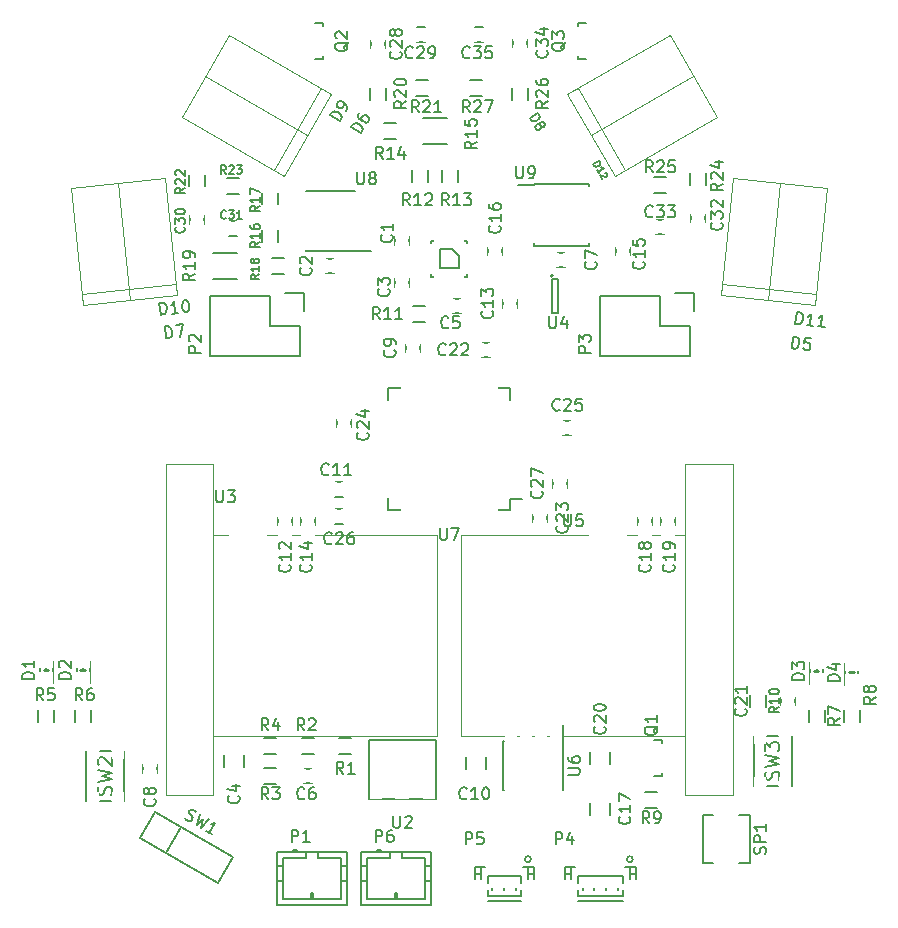
<source format=gto>
G04 #@! TF.FileFunction,Legend,Top*
%FSLAX46Y46*%
G04 Gerber Fmt 4.6, Leading zero omitted, Abs format (unit mm)*
G04 Created by KiCad (PCBNEW 4.0.1-stable) date 2016/09/09 19:26:17*
%MOMM*%
G01*
G04 APERTURE LIST*
%ADD10C,0.100000*%
%ADD11C,0.150000*%
%ADD12C,0.200000*%
%ADD13R,1.150000X1.200000*%
%ADD14R,1.200000X1.150000*%
%ADD15R,1.650000X1.400000*%
%ADD16R,1.197560X1.197560*%
%ADD17C,1.800000*%
%ADD18R,2.127200X2.127200*%
%ADD19O,2.127200X2.127200*%
%ADD20R,1.200100X1.200100*%
%ADD21R,0.900000X1.300000*%
%ADD22R,1.300000X0.900000*%
%ADD23R,1.300000X2.100000*%
%ADD24R,2.000000X1.400000*%
%ADD25C,1.797000*%
%ADD26R,1.050000X1.450000*%
%ADD27R,3.800000X1.300000*%
%ADD28R,0.680000X0.900000*%
%ADD29C,1.000000*%
%ADD30R,1.460000X1.050000*%
%ADD31R,1.000000X1.950000*%
%ADD32R,1.400000X0.650000*%
%ADD33R,0.650000X1.400000*%
%ADD34R,1.950000X1.000000*%
%ADD35R,1.850000X0.850000*%
%ADD36R,0.600000X0.800000*%
%ADD37R,0.800000X0.600000*%
%ADD38R,1.600000X2.100000*%
%ADD39O,1.600000X2.100000*%
%ADD40R,1.200000X1.500000*%
%ADD41R,1.100000X1.500000*%
%ADD42R,1.100000X1.400000*%
%ADD43R,1.000000X1.500000*%
%ADD44R,1.600000X2.200000*%
G04 APERTURE END LIST*
D10*
X138501100Y-70539498D02*
X137635075Y-70039498D01*
X124433903Y-77640267D02*
X125479188Y-87585486D01*
X129840846Y-65539498D02*
X138501100Y-70539498D01*
X121501100Y-88003600D02*
X120455815Y-78058381D01*
X129840846Y-65539498D02*
X125840846Y-72467702D01*
X125840846Y-72467702D02*
X134501100Y-77467702D01*
X136501100Y-74003600D02*
X127840846Y-69003600D01*
X116477728Y-78476495D02*
X117523012Y-88421714D01*
X124433903Y-77640267D02*
X116477728Y-78476495D01*
X138501100Y-70539498D02*
X134501100Y-77467702D01*
X125479188Y-87585486D02*
X117523012Y-88421714D01*
X125479188Y-87585486D02*
X117523012Y-88421714D01*
X137635075Y-70039498D02*
X133635075Y-76967702D01*
X138501100Y-70539498D02*
X134501100Y-77467702D01*
X125374659Y-86590964D02*
X117418484Y-87427192D01*
X134501100Y-77467702D02*
X133635075Y-76967702D01*
X171161354Y-72467702D02*
X162501100Y-77467702D01*
X159367125Y-70039498D02*
X163367125Y-76967702D01*
X158501100Y-70539498D02*
X162501100Y-77467702D01*
X172568297Y-77640267D02*
X180524472Y-78476495D01*
X175501100Y-88003600D02*
X176546385Y-78058381D01*
X179479188Y-88421714D02*
X179583716Y-87427192D01*
X180524472Y-78476495D02*
X179479188Y-88421714D01*
X160501100Y-74003600D02*
X169161354Y-69003600D01*
X125479188Y-87585486D02*
X125374659Y-86590964D01*
X171523012Y-87585486D02*
X171627541Y-86590964D01*
X172568297Y-77640267D02*
X171523012Y-87585486D01*
X171523012Y-87585486D02*
X179479188Y-88421714D01*
X117523012Y-88421714D02*
X117418484Y-87427192D01*
X167161354Y-65539498D02*
X171161354Y-72467702D01*
X162501100Y-77467702D02*
X163367125Y-76967702D01*
X158501100Y-70539498D02*
X162501100Y-77467702D01*
X158501100Y-70539498D02*
X159367125Y-70039498D01*
X171523012Y-87585486D02*
X179479188Y-88421714D01*
X171627541Y-86590964D02*
X179583716Y-87427192D01*
X167161354Y-65539498D02*
X158501100Y-70539498D01*
X172501100Y-101861600D02*
X172501100Y-129861600D01*
X124501100Y-129861600D02*
X128501100Y-129861600D01*
X124501100Y-101861600D02*
X124501100Y-129861600D01*
X124501100Y-101861600D02*
X128501100Y-101861600D01*
X128501100Y-101861600D02*
X128501100Y-129861600D01*
X168501100Y-101861600D02*
X168501100Y-129861600D01*
X172501100Y-129861600D02*
X168501100Y-129861600D01*
X172501100Y-101861600D02*
X168501100Y-101861600D01*
X147501100Y-107861600D02*
X128501100Y-107861600D01*
X128501100Y-103003600D02*
X128501100Y-107003600D01*
X147501100Y-124861600D02*
X128501100Y-124861600D01*
X168501100Y-103003600D02*
X168501100Y-107003600D01*
X149501100Y-124861600D02*
X168501100Y-124861600D01*
X149501100Y-107861600D02*
X168501100Y-107861600D01*
X149501100Y-124861600D02*
X149501100Y-107861600D01*
X168501100Y-124861600D02*
X168501100Y-107861600D01*
X147501100Y-124861600D02*
X147501100Y-107861600D01*
X128501100Y-124861600D02*
X128501100Y-107861600D01*
D11*
X145126000Y-82593000D02*
X145126000Y-83293000D01*
X143926000Y-83293000D02*
X143926000Y-82593000D01*
X138080000Y-84490000D02*
X138780000Y-84490000D01*
X138780000Y-85690000D02*
X138080000Y-85690000D01*
X145126000Y-86137000D02*
X145126000Y-86837000D01*
X143926000Y-86837000D02*
X143926000Y-86137000D01*
X131152000Y-127500000D02*
X131152000Y-126500000D01*
X129452000Y-126500000D02*
X129452000Y-127500000D01*
X148790000Y-87860000D02*
X149490000Y-87860000D01*
X149490000Y-89060000D02*
X148790000Y-89060000D01*
X136875000Y-128870000D02*
X136175000Y-128870000D01*
X136175000Y-127670000D02*
X136875000Y-127670000D01*
X157638000Y-83982000D02*
X158338000Y-83982000D01*
X158338000Y-85182000D02*
X157638000Y-85182000D01*
X123790000Y-127285000D02*
X123790000Y-127985000D01*
X122590000Y-127985000D02*
X122590000Y-127285000D01*
X144810000Y-92390000D02*
X144810000Y-91690000D01*
X146010000Y-91690000D02*
X146010000Y-92390000D01*
X151650000Y-127700000D02*
X151650000Y-126700000D01*
X149950000Y-126700000D02*
X149950000Y-127700000D01*
X139530000Y-104613000D02*
X138830000Y-104613000D01*
X138830000Y-103413000D02*
X139530000Y-103413000D01*
X135220000Y-106330000D02*
X135220000Y-107030000D01*
X134020000Y-107030000D02*
X134020000Y-106330000D01*
X153070000Y-88615000D02*
X153070000Y-87915000D01*
X154270000Y-87915000D02*
X154270000Y-88615000D01*
X137125000Y-106330000D02*
X137125000Y-107030000D01*
X135925000Y-107030000D02*
X135925000Y-106330000D01*
X162595000Y-84170000D02*
X162595000Y-83470000D01*
X163795000Y-83470000D02*
X163795000Y-84170000D01*
X151800000Y-84170000D02*
X151800000Y-83470000D01*
X153000000Y-83470000D02*
X153000000Y-84170000D01*
X162140000Y-131564000D02*
X162140000Y-130564000D01*
X160440000Y-130564000D02*
X160440000Y-131564000D01*
X165700000Y-106330000D02*
X165700000Y-107030000D01*
X164500000Y-107030000D02*
X164500000Y-106330000D01*
X167605000Y-106330000D02*
X167605000Y-107030000D01*
X166405000Y-107030000D02*
X166405000Y-106330000D01*
X162140000Y-127246000D02*
X162140000Y-126246000D01*
X160440000Y-126246000D02*
X160440000Y-127246000D01*
X176565000Y-122270000D02*
X176565000Y-121570000D01*
X177765000Y-121570000D02*
X177765000Y-122270000D01*
X151276000Y-91602000D02*
X151976000Y-91602000D01*
X151976000Y-92802000D02*
X151276000Y-92802000D01*
X156810000Y-106076000D02*
X156810000Y-106776000D01*
X155610000Y-106776000D02*
X155610000Y-106076000D01*
X140200000Y-98050000D02*
X140200000Y-98750000D01*
X139000000Y-98750000D02*
X139000000Y-98050000D01*
X158150000Y-98190000D02*
X158850000Y-98190000D01*
X158850000Y-99390000D02*
X158150000Y-99390000D01*
X139542000Y-106899000D02*
X138842000Y-106899000D01*
X138842000Y-105699000D02*
X139542000Y-105699000D01*
X157261000Y-103855000D02*
X157261000Y-103155000D01*
X158461000Y-103155000D02*
X158461000Y-103855000D01*
X143100000Y-65950000D02*
X143100000Y-66650000D01*
X141900000Y-66650000D02*
X141900000Y-65950000D01*
X146450000Y-66100000D02*
X145750000Y-66100000D01*
X145750000Y-64900000D02*
X146450000Y-64900000D01*
X126527000Y-81503000D02*
X126527000Y-80803000D01*
X127727000Y-80803000D02*
X127727000Y-81503000D01*
X130525000Y-82515000D02*
X129825000Y-82515000D01*
X129825000Y-81315000D02*
X130525000Y-81315000D01*
X168945000Y-81376000D02*
X168945000Y-80676000D01*
X170145000Y-80676000D02*
X170145000Y-81376000D01*
X166020000Y-81188000D02*
X166720000Y-81188000D01*
X166720000Y-82388000D02*
X166020000Y-82388000D01*
X155100000Y-65850000D02*
X155100000Y-66550000D01*
X153900000Y-66550000D02*
X153900000Y-65850000D01*
X150650000Y-64900000D02*
X151350000Y-64900000D01*
X151350000Y-66100000D02*
X150650000Y-66100000D01*
X114950000Y-120400000D02*
X114950000Y-118500000D01*
X113850000Y-120400000D02*
X113850000Y-118500000D01*
X114400000Y-119500000D02*
X114400000Y-119050000D01*
X114150000Y-119550000D02*
X114650000Y-119550000D01*
X114400000Y-119550000D02*
X114150000Y-119300000D01*
X114150000Y-119300000D02*
X114650000Y-119300000D01*
X114650000Y-119300000D02*
X114400000Y-119550000D01*
X118050000Y-120400000D02*
X118050000Y-118500000D01*
X116950000Y-120400000D02*
X116950000Y-118500000D01*
X117500000Y-119500000D02*
X117500000Y-119050000D01*
X117250000Y-119550000D02*
X117750000Y-119550000D01*
X117500000Y-119550000D02*
X117250000Y-119300000D01*
X117250000Y-119300000D02*
X117750000Y-119300000D01*
X117750000Y-119300000D02*
X117500000Y-119550000D01*
X180150000Y-120500000D02*
X180150000Y-118600000D01*
X179050000Y-120500000D02*
X179050000Y-118600000D01*
X179600000Y-119600000D02*
X179600000Y-119150000D01*
X179350000Y-119650000D02*
X179850000Y-119650000D01*
X179600000Y-119650000D02*
X179350000Y-119400000D01*
X179350000Y-119400000D02*
X179850000Y-119400000D01*
X179850000Y-119400000D02*
X179600000Y-119650000D01*
X183150000Y-120600000D02*
X183150000Y-118700000D01*
X182050000Y-120600000D02*
X182050000Y-118700000D01*
X182600000Y-119700000D02*
X182600000Y-119250000D01*
X182350000Y-119750000D02*
X182850000Y-119750000D01*
X182600000Y-119750000D02*
X182350000Y-119500000D01*
X182350000Y-119500000D02*
X182850000Y-119500000D01*
X182850000Y-119500000D02*
X182600000Y-119750000D01*
X133350000Y-87630000D02*
X128270000Y-87630000D01*
X136170000Y-87350000D02*
X136170000Y-88900000D01*
X135890000Y-90170000D02*
X133350000Y-90170000D01*
X133350000Y-90170000D02*
X133350000Y-87630000D01*
X128270000Y-87630000D02*
X128270000Y-92710000D01*
X128270000Y-92710000D02*
X133350000Y-92710000D01*
X136170000Y-87350000D02*
X134620000Y-87350000D01*
X135890000Y-92710000D02*
X135890000Y-90170000D01*
X133350000Y-92710000D02*
X135890000Y-92710000D01*
X166370000Y-87630000D02*
X161290000Y-87630000D01*
X169190000Y-87350000D02*
X169190000Y-88900000D01*
X168910000Y-90170000D02*
X166370000Y-90170000D01*
X166370000Y-90170000D02*
X166370000Y-87630000D01*
X161290000Y-87630000D02*
X161290000Y-92710000D01*
X161290000Y-92710000D02*
X166370000Y-92710000D01*
X169190000Y-87350000D02*
X167640000Y-87350000D01*
X168910000Y-92710000D02*
X168910000Y-90170000D01*
X166370000Y-92710000D02*
X168910000Y-92710000D01*
X166512240Y-128045160D02*
X166512240Y-127996900D01*
X165811200Y-125246180D02*
X166512240Y-125246180D01*
X166512240Y-125246180D02*
X166512240Y-125495100D01*
X166512240Y-128045160D02*
X166512240Y-128245820D01*
X166512240Y-128245820D02*
X165811200Y-128245820D01*
X137810240Y-67339160D02*
X137810240Y-67290900D01*
X137109200Y-64540180D02*
X137810240Y-64540180D01*
X137810240Y-64540180D02*
X137810240Y-64789100D01*
X137810240Y-67339160D02*
X137810240Y-67539820D01*
X137810240Y-67539820D02*
X137109200Y-67539820D01*
X159369760Y-64740840D02*
X159369760Y-64789100D01*
X160070800Y-67539820D02*
X159369760Y-67539820D01*
X159369760Y-67539820D02*
X159369760Y-67290900D01*
X159369760Y-64740840D02*
X159369760Y-64540180D01*
X159369760Y-64540180D02*
X160070800Y-64540180D01*
X139200000Y-125055000D02*
X140200000Y-125055000D01*
X140200000Y-126405000D02*
X139200000Y-126405000D01*
X136025000Y-125055000D02*
X137025000Y-125055000D01*
X137025000Y-126405000D02*
X136025000Y-126405000D01*
X132850000Y-125055000D02*
X133850000Y-125055000D01*
X133850000Y-126405000D02*
X132850000Y-126405000D01*
X133850000Y-128945000D02*
X132850000Y-128945000D01*
X132850000Y-127595000D02*
X133850000Y-127595000D01*
X113725000Y-123700000D02*
X113725000Y-122700000D01*
X115075000Y-122700000D02*
X115075000Y-123700000D01*
X116825000Y-123700000D02*
X116825000Y-122700000D01*
X118175000Y-122700000D02*
X118175000Y-123700000D01*
X178925000Y-123700000D02*
X178925000Y-122700000D01*
X180275000Y-122700000D02*
X180275000Y-123700000D01*
X181925000Y-123700000D02*
X181925000Y-122700000D01*
X183275000Y-122700000D02*
X183275000Y-123700000D01*
X165108000Y-129627000D02*
X166108000Y-129627000D01*
X166108000Y-130977000D02*
X165108000Y-130977000D01*
X173950000Y-122420000D02*
X173950000Y-121420000D01*
X175300000Y-121420000D02*
X175300000Y-122420000D01*
X146460000Y-89865000D02*
X145460000Y-89865000D01*
X145460000Y-88515000D02*
X146460000Y-88515000D01*
X146725000Y-76970000D02*
X146725000Y-77970000D01*
X145375000Y-77970000D02*
X145375000Y-76970000D01*
X149265000Y-76970000D02*
X149265000Y-77970000D01*
X147915000Y-77970000D02*
X147915000Y-76970000D01*
X143010000Y-72985000D02*
X144010000Y-72985000D01*
X144010000Y-74335000D02*
X143010000Y-74335000D01*
X146320000Y-72585000D02*
X148320000Y-72585000D01*
X148320000Y-74735000D02*
X146320000Y-74735000D01*
X134025000Y-82050000D02*
X134025000Y-83050000D01*
X132675000Y-83050000D02*
X132675000Y-82050000D01*
X134025000Y-78875000D02*
X134025000Y-79875000D01*
X132675000Y-79875000D02*
X132675000Y-78875000D01*
X134485000Y-85765000D02*
X133485000Y-85765000D01*
X133485000Y-84415000D02*
X134485000Y-84415000D01*
X128540000Y-84015000D02*
X130540000Y-84015000D01*
X130540000Y-86165000D02*
X128540000Y-86165000D01*
X141825000Y-71000000D02*
X141825000Y-70000000D01*
X143175000Y-70000000D02*
X143175000Y-71000000D01*
X145700000Y-69325000D02*
X146700000Y-69325000D01*
X146700000Y-70675000D02*
X145700000Y-70675000D01*
X127802000Y-77351000D02*
X127802000Y-78351000D01*
X126452000Y-78351000D02*
X126452000Y-77351000D01*
X129675000Y-77684000D02*
X130675000Y-77684000D01*
X130675000Y-79034000D02*
X129675000Y-79034000D01*
X170220000Y-77224000D02*
X170220000Y-78224000D01*
X168870000Y-78224000D02*
X168870000Y-77224000D01*
X166870000Y-78907000D02*
X165870000Y-78907000D01*
X165870000Y-77557000D02*
X166870000Y-77557000D01*
X153825000Y-71000000D02*
X153825000Y-70000000D01*
X155175000Y-70000000D02*
X155175000Y-71000000D01*
X151300000Y-70675000D02*
X150300000Y-70675000D01*
X150300000Y-69325000D02*
X151300000Y-69325000D01*
X170858000Y-135604000D02*
X169958000Y-135604000D01*
X169958000Y-135604000D02*
X169958000Y-131604000D01*
X169958000Y-131604000D02*
X170858000Y-131604000D01*
X173958000Y-131604000D02*
X173958000Y-135604000D01*
X173958000Y-135604000D02*
X173058000Y-135604000D01*
X173058000Y-131604000D02*
X173958000Y-131604000D01*
X122303443Y-133560852D02*
X123573443Y-131361148D01*
X123573443Y-131361148D02*
X130172557Y-135171148D01*
X130172557Y-135171148D02*
X128902557Y-137370852D01*
X128902557Y-137370852D02*
X122303443Y-133560852D01*
X125773148Y-132631148D02*
X124503148Y-134830852D01*
D12*
X118930000Y-126170000D02*
X119830000Y-126170000D01*
X119830000Y-130370000D02*
X118930000Y-130370000D01*
X120980000Y-130370000D02*
X120980000Y-126170000D01*
X117780000Y-130370000D02*
X117780000Y-126170000D01*
X175445000Y-124900000D02*
X176345000Y-124900000D01*
X176345000Y-129100000D02*
X175445000Y-129100000D01*
X177495000Y-129100000D02*
X177495000Y-124900000D01*
X174295000Y-129100000D02*
X174295000Y-124900000D01*
D11*
X132945000Y-106180000D02*
X132445000Y-105680000D01*
X132945000Y-107680000D02*
X132945000Y-105680000D01*
X132945000Y-105680000D02*
X129945000Y-105680000D01*
X129945000Y-105680000D02*
X129945000Y-107680000D01*
X129945000Y-107680000D02*
X132945000Y-107680000D01*
X157280000Y-85930000D02*
G75*
G03X157280000Y-85930000I-100000J0D01*
G01*
X157730000Y-86180000D02*
X157230000Y-86180000D01*
X157730000Y-89080000D02*
X157730000Y-86180000D01*
X157230000Y-89080000D02*
X157730000Y-89080000D01*
X157230000Y-86180000D02*
X157230000Y-89080000D01*
X163425000Y-106180000D02*
X162925000Y-105680000D01*
X163425000Y-107680000D02*
X163425000Y-105680000D01*
X163425000Y-105680000D02*
X160425000Y-105680000D01*
X160425000Y-105680000D02*
X160425000Y-107680000D01*
X160425000Y-107680000D02*
X163425000Y-107680000D01*
X158175000Y-125325000D02*
X158125000Y-125325000D01*
X158175000Y-129475000D02*
X158030000Y-129475000D01*
X153025000Y-129475000D02*
X153170000Y-129475000D01*
X153025000Y-125325000D02*
X153170000Y-125325000D01*
X158175000Y-125325000D02*
X158175000Y-129475000D01*
X153025000Y-125325000D02*
X153025000Y-129475000D01*
X158125000Y-125325000D02*
X158125000Y-123925000D01*
X153675000Y-105795000D02*
X153675000Y-104795000D01*
X143325000Y-105795000D02*
X143325000Y-104720000D01*
X143325000Y-95445000D02*
X143325000Y-96520000D01*
X153675000Y-95445000D02*
X153675000Y-96520000D01*
X153675000Y-105795000D02*
X152600000Y-105795000D01*
X153675000Y-95445000D02*
X152600000Y-95445000D01*
X143325000Y-95445000D02*
X144400000Y-95445000D01*
X143325000Y-105795000D02*
X144400000Y-105795000D01*
X153675000Y-104795000D02*
X154700000Y-104795000D01*
X140505000Y-83855000D02*
X140505000Y-83805000D01*
X136355000Y-83855000D02*
X136355000Y-83710000D01*
X136355000Y-78705000D02*
X136355000Y-78850000D01*
X140505000Y-78705000D02*
X140505000Y-78850000D01*
X140505000Y-83855000D02*
X136355000Y-83855000D01*
X140505000Y-78705000D02*
X136355000Y-78705000D01*
X140505000Y-83805000D02*
X141905000Y-83805000D01*
X155663000Y-78147000D02*
X155663000Y-78272000D01*
X160313000Y-78147000D02*
X160313000Y-78372000D01*
X160313000Y-83397000D02*
X160313000Y-83172000D01*
X155663000Y-83397000D02*
X155663000Y-83172000D01*
X155663000Y-78147000D02*
X160313000Y-78147000D01*
X155663000Y-83397000D02*
X160313000Y-83397000D01*
X155663000Y-78272000D02*
X154313000Y-78272000D01*
X150000000Y-82990000D02*
X150000000Y-85990000D01*
X150000000Y-85990000D02*
X147000000Y-85990000D01*
X147000000Y-85990000D02*
X147000000Y-82990000D01*
X147000000Y-82990000D02*
X150000000Y-82990000D01*
X149300000Y-84290000D02*
X149300000Y-85290000D01*
X149300000Y-85290000D02*
X147700000Y-85290000D01*
X147700000Y-85290000D02*
X147700000Y-83690000D01*
X147700000Y-83690000D02*
X148700000Y-83690000D01*
X148700000Y-83690000D02*
X149300000Y-84290000D01*
X133940000Y-139198000D02*
X133940000Y-134698000D01*
X133940000Y-134698000D02*
X139840000Y-134698000D01*
X139840000Y-134698000D02*
X139840000Y-139198000D01*
X139840000Y-139198000D02*
X133940000Y-139198000D01*
X136390000Y-134698000D02*
X136390000Y-135198000D01*
X136390000Y-135198000D02*
X134440000Y-135198000D01*
X134440000Y-135198000D02*
X134440000Y-138698000D01*
X134440000Y-138698000D02*
X139340000Y-138698000D01*
X139340000Y-138698000D02*
X139340000Y-135198000D01*
X139340000Y-135198000D02*
X137390000Y-135198000D01*
X137390000Y-135198000D02*
X137390000Y-134698000D01*
X133940000Y-135898000D02*
X134440000Y-135898000D01*
X133940000Y-137198000D02*
X134440000Y-137198000D01*
X139340000Y-135898000D02*
X139840000Y-135898000D01*
X139340000Y-137198000D02*
X139840000Y-137198000D01*
X135590000Y-134698000D02*
X135590000Y-134498000D01*
X135590000Y-134498000D02*
X135290000Y-134498000D01*
X135290000Y-134498000D02*
X135290000Y-134698000D01*
X135590000Y-134598000D02*
X135290000Y-134598000D01*
X136790000Y-138698000D02*
X136790000Y-138198000D01*
X136790000Y-138198000D02*
X136990000Y-138198000D01*
X136990000Y-138198000D02*
X136990000Y-138698000D01*
X136890000Y-138698000D02*
X136890000Y-138198000D01*
X141052000Y-139198000D02*
X141052000Y-134698000D01*
X141052000Y-134698000D02*
X146952000Y-134698000D01*
X146952000Y-134698000D02*
X146952000Y-139198000D01*
X146952000Y-139198000D02*
X141052000Y-139198000D01*
X143502000Y-134698000D02*
X143502000Y-135198000D01*
X143502000Y-135198000D02*
X141552000Y-135198000D01*
X141552000Y-135198000D02*
X141552000Y-138698000D01*
X141552000Y-138698000D02*
X146452000Y-138698000D01*
X146452000Y-138698000D02*
X146452000Y-135198000D01*
X146452000Y-135198000D02*
X144502000Y-135198000D01*
X144502000Y-135198000D02*
X144502000Y-134698000D01*
X141052000Y-135898000D02*
X141552000Y-135898000D01*
X141052000Y-137198000D02*
X141552000Y-137198000D01*
X146452000Y-135898000D02*
X146952000Y-135898000D01*
X146452000Y-137198000D02*
X146952000Y-137198000D01*
X142702000Y-134698000D02*
X142702000Y-134498000D01*
X142702000Y-134498000D02*
X142402000Y-134498000D01*
X142402000Y-134498000D02*
X142402000Y-134698000D01*
X142702000Y-134598000D02*
X142402000Y-134598000D01*
X143902000Y-138698000D02*
X143902000Y-138198000D01*
X143902000Y-138198000D02*
X144102000Y-138198000D01*
X144102000Y-138198000D02*
X144102000Y-138698000D01*
X144002000Y-138698000D02*
X144002000Y-138198000D01*
X147376000Y-130262000D02*
X147376000Y-125262000D01*
X147376000Y-125262000D02*
X141676000Y-125262000D01*
X141676000Y-125262000D02*
X141676000Y-130262000D01*
X141676000Y-130262000D02*
X147376000Y-130262000D01*
X164040000Y-135318500D02*
G75*
G03X164040000Y-135318500I-250000J0D01*
G01*
X163190000Y-138868500D02*
X159390000Y-138868500D01*
X164290000Y-136968500D02*
X164290000Y-135968500D01*
X164290000Y-135968500D02*
X163390000Y-135968500D01*
X163790000Y-135968500D02*
X163790000Y-136968500D01*
X163790000Y-136968500D02*
X163790000Y-136968500D01*
X163790000Y-136968500D02*
X163790000Y-135968500D01*
X163790000Y-135968500D02*
X163790000Y-135968500D01*
X163790000Y-136568500D02*
X163790000Y-136568500D01*
X163790000Y-136568500D02*
X164290000Y-136568500D01*
X164290000Y-136568500D02*
X164290000Y-136568500D01*
X164290000Y-136568500D02*
X163790000Y-136568500D01*
X158290000Y-136968500D02*
X158290000Y-135968500D01*
X158290000Y-135968500D02*
X159190000Y-135968500D01*
X158790000Y-135968500D02*
X158790000Y-136968500D01*
X158790000Y-136968500D02*
X158790000Y-136968500D01*
X158790000Y-136968500D02*
X158790000Y-135968500D01*
X158790000Y-135968500D02*
X158790000Y-135968500D01*
X158790000Y-136568500D02*
X158790000Y-136568500D01*
X158790000Y-136568500D02*
X158290000Y-136568500D01*
X158290000Y-136568500D02*
X158290000Y-136568500D01*
X158290000Y-136568500D02*
X158790000Y-136568500D01*
X163190000Y-137968500D02*
X163190000Y-138468500D01*
X163190000Y-138468500D02*
X159390000Y-138468500D01*
X159390000Y-138468500D02*
X159390000Y-137968500D01*
X163190000Y-137368500D02*
X163190000Y-136718500D01*
X163190000Y-136718500D02*
X159390000Y-136718500D01*
X159390000Y-136718500D02*
X159390000Y-137368500D01*
X162790000Y-137968500D02*
X162790000Y-137768500D01*
X161790000Y-137968500D02*
X161790000Y-137768500D01*
X160790000Y-137968500D02*
X160790000Y-137768500D01*
X159790000Y-137968500D02*
X159790000Y-137768500D01*
X155412000Y-135318500D02*
G75*
G03X155412000Y-135318500I-250000J0D01*
G01*
X154562000Y-138868500D02*
X151762000Y-138868500D01*
X155662000Y-136968500D02*
X155662000Y-135968500D01*
X155662000Y-135968500D02*
X154762000Y-135968500D01*
X155162000Y-135968500D02*
X155162000Y-136968500D01*
X155162000Y-136968500D02*
X155162000Y-136968500D01*
X155162000Y-136968500D02*
X155162000Y-135968500D01*
X155162000Y-135968500D02*
X155162000Y-135968500D01*
X155162000Y-136568500D02*
X155162000Y-136568500D01*
X155162000Y-136568500D02*
X155662000Y-136568500D01*
X155662000Y-136568500D02*
X155662000Y-136568500D01*
X155662000Y-136568500D02*
X155162000Y-136568500D01*
X150662000Y-136968500D02*
X150662000Y-135968500D01*
X150662000Y-135968500D02*
X151562000Y-135968500D01*
X151162000Y-135968500D02*
X151162000Y-136968500D01*
X151162000Y-136968500D02*
X151162000Y-136968500D01*
X151162000Y-136968500D02*
X151162000Y-135968500D01*
X151162000Y-135968500D02*
X151162000Y-135968500D01*
X151162000Y-136568500D02*
X151162000Y-136568500D01*
X151162000Y-136568500D02*
X150662000Y-136568500D01*
X150662000Y-136568500D02*
X150662000Y-136568500D01*
X150662000Y-136568500D02*
X151162000Y-136568500D01*
X154562000Y-137968500D02*
X154562000Y-138468500D01*
X154562000Y-138468500D02*
X151762000Y-138468500D01*
X151762000Y-138468500D02*
X151762000Y-137968500D01*
X154562000Y-137368500D02*
X154562000Y-136718500D01*
X154562000Y-136718500D02*
X151762000Y-136718500D01*
X151762000Y-136718500D02*
X151762000Y-137368500D01*
X154162000Y-137968500D02*
X154162000Y-137768500D01*
X153162000Y-137968500D02*
X153162000Y-137768500D01*
X152162000Y-137968500D02*
X152162000Y-137768500D01*
X143613143Y-82462666D02*
X143660762Y-82510285D01*
X143708381Y-82653142D01*
X143708381Y-82748380D01*
X143660762Y-82891238D01*
X143565524Y-82986476D01*
X143470286Y-83034095D01*
X143279810Y-83081714D01*
X143136952Y-83081714D01*
X142946476Y-83034095D01*
X142851238Y-82986476D01*
X142756000Y-82891238D01*
X142708381Y-82748380D01*
X142708381Y-82653142D01*
X142756000Y-82510285D01*
X142803619Y-82462666D01*
X143708381Y-81510285D02*
X143708381Y-82081714D01*
X143708381Y-81796000D02*
X142708381Y-81796000D01*
X142851238Y-81891238D01*
X142946476Y-81986476D01*
X142994095Y-82081714D01*
X136755143Y-85256666D02*
X136802762Y-85304285D01*
X136850381Y-85447142D01*
X136850381Y-85542380D01*
X136802762Y-85685238D01*
X136707524Y-85780476D01*
X136612286Y-85828095D01*
X136421810Y-85875714D01*
X136278952Y-85875714D01*
X136088476Y-85828095D01*
X135993238Y-85780476D01*
X135898000Y-85685238D01*
X135850381Y-85542380D01*
X135850381Y-85447142D01*
X135898000Y-85304285D01*
X135945619Y-85256666D01*
X135945619Y-84875714D02*
X135898000Y-84828095D01*
X135850381Y-84732857D01*
X135850381Y-84494761D01*
X135898000Y-84399523D01*
X135945619Y-84351904D01*
X136040857Y-84304285D01*
X136136095Y-84304285D01*
X136278952Y-84351904D01*
X136850381Y-84923333D01*
X136850381Y-84304285D01*
X143359143Y-87034666D02*
X143406762Y-87082285D01*
X143454381Y-87225142D01*
X143454381Y-87320380D01*
X143406762Y-87463238D01*
X143311524Y-87558476D01*
X143216286Y-87606095D01*
X143025810Y-87653714D01*
X142882952Y-87653714D01*
X142692476Y-87606095D01*
X142597238Y-87558476D01*
X142502000Y-87463238D01*
X142454381Y-87320380D01*
X142454381Y-87225142D01*
X142502000Y-87082285D01*
X142549619Y-87034666D01*
X142454381Y-86701333D02*
X142454381Y-86082285D01*
X142835333Y-86415619D01*
X142835333Y-86272761D01*
X142882952Y-86177523D01*
X142930571Y-86129904D01*
X143025810Y-86082285D01*
X143263905Y-86082285D01*
X143359143Y-86129904D01*
X143406762Y-86177523D01*
X143454381Y-86272761D01*
X143454381Y-86558476D01*
X143406762Y-86653714D01*
X143359143Y-86701333D01*
X130659143Y-129960666D02*
X130706762Y-130008285D01*
X130754381Y-130151142D01*
X130754381Y-130246380D01*
X130706762Y-130389238D01*
X130611524Y-130484476D01*
X130516286Y-130532095D01*
X130325810Y-130579714D01*
X130182952Y-130579714D01*
X129992476Y-130532095D01*
X129897238Y-130484476D01*
X129802000Y-130389238D01*
X129754381Y-130246380D01*
X129754381Y-130151142D01*
X129802000Y-130008285D01*
X129849619Y-129960666D01*
X130087714Y-129103523D02*
X130754381Y-129103523D01*
X129706762Y-129341619D02*
X130421048Y-129579714D01*
X130421048Y-128960666D01*
X148423334Y-90273143D02*
X148375715Y-90320762D01*
X148232858Y-90368381D01*
X148137620Y-90368381D01*
X147994762Y-90320762D01*
X147899524Y-90225524D01*
X147851905Y-90130286D01*
X147804286Y-89939810D01*
X147804286Y-89796952D01*
X147851905Y-89606476D01*
X147899524Y-89511238D01*
X147994762Y-89416000D01*
X148137620Y-89368381D01*
X148232858Y-89368381D01*
X148375715Y-89416000D01*
X148423334Y-89463619D01*
X149328096Y-89368381D02*
X148851905Y-89368381D01*
X148804286Y-89844571D01*
X148851905Y-89796952D01*
X148947143Y-89749333D01*
X149185239Y-89749333D01*
X149280477Y-89796952D01*
X149328096Y-89844571D01*
X149375715Y-89939810D01*
X149375715Y-90177905D01*
X149328096Y-90273143D01*
X149280477Y-90320762D01*
X149185239Y-90368381D01*
X148947143Y-90368381D01*
X148851905Y-90320762D01*
X148804286Y-90273143D01*
X136231334Y-130151143D02*
X136183715Y-130198762D01*
X136040858Y-130246381D01*
X135945620Y-130246381D01*
X135802762Y-130198762D01*
X135707524Y-130103524D01*
X135659905Y-130008286D01*
X135612286Y-129817810D01*
X135612286Y-129674952D01*
X135659905Y-129484476D01*
X135707524Y-129389238D01*
X135802762Y-129294000D01*
X135945620Y-129246381D01*
X136040858Y-129246381D01*
X136183715Y-129294000D01*
X136231334Y-129341619D01*
X137088477Y-129246381D02*
X136898000Y-129246381D01*
X136802762Y-129294000D01*
X136755143Y-129341619D01*
X136659905Y-129484476D01*
X136612286Y-129674952D01*
X136612286Y-130055905D01*
X136659905Y-130151143D01*
X136707524Y-130198762D01*
X136802762Y-130246381D01*
X136993239Y-130246381D01*
X137088477Y-130198762D01*
X137136096Y-130151143D01*
X137183715Y-130055905D01*
X137183715Y-129817810D01*
X137136096Y-129722571D01*
X137088477Y-129674952D01*
X136993239Y-129627333D01*
X136802762Y-129627333D01*
X136707524Y-129674952D01*
X136659905Y-129722571D01*
X136612286Y-129817810D01*
X160885143Y-84748666D02*
X160932762Y-84796285D01*
X160980381Y-84939142D01*
X160980381Y-85034380D01*
X160932762Y-85177238D01*
X160837524Y-85272476D01*
X160742286Y-85320095D01*
X160551810Y-85367714D01*
X160408952Y-85367714D01*
X160218476Y-85320095D01*
X160123238Y-85272476D01*
X160028000Y-85177238D01*
X159980381Y-85034380D01*
X159980381Y-84939142D01*
X160028000Y-84796285D01*
X160075619Y-84748666D01*
X159980381Y-84415333D02*
X159980381Y-83748666D01*
X160980381Y-84177238D01*
X123547143Y-130214666D02*
X123594762Y-130262285D01*
X123642381Y-130405142D01*
X123642381Y-130500380D01*
X123594762Y-130643238D01*
X123499524Y-130738476D01*
X123404286Y-130786095D01*
X123213810Y-130833714D01*
X123070952Y-130833714D01*
X122880476Y-130786095D01*
X122785238Y-130738476D01*
X122690000Y-130643238D01*
X122642381Y-130500380D01*
X122642381Y-130405142D01*
X122690000Y-130262285D01*
X122737619Y-130214666D01*
X123070952Y-129643238D02*
X123023333Y-129738476D01*
X122975714Y-129786095D01*
X122880476Y-129833714D01*
X122832857Y-129833714D01*
X122737619Y-129786095D01*
X122690000Y-129738476D01*
X122642381Y-129643238D01*
X122642381Y-129452761D01*
X122690000Y-129357523D01*
X122737619Y-129309904D01*
X122832857Y-129262285D01*
X122880476Y-129262285D01*
X122975714Y-129309904D01*
X123023333Y-129357523D01*
X123070952Y-129452761D01*
X123070952Y-129643238D01*
X123118571Y-129738476D01*
X123166190Y-129786095D01*
X123261429Y-129833714D01*
X123451905Y-129833714D01*
X123547143Y-129786095D01*
X123594762Y-129738476D01*
X123642381Y-129643238D01*
X123642381Y-129452761D01*
X123594762Y-129357523D01*
X123547143Y-129309904D01*
X123451905Y-129262285D01*
X123261429Y-129262285D01*
X123166190Y-129309904D01*
X123118571Y-129357523D01*
X123070952Y-129452761D01*
X143867143Y-92206666D02*
X143914762Y-92254285D01*
X143962381Y-92397142D01*
X143962381Y-92492380D01*
X143914762Y-92635238D01*
X143819524Y-92730476D01*
X143724286Y-92778095D01*
X143533810Y-92825714D01*
X143390952Y-92825714D01*
X143200476Y-92778095D01*
X143105238Y-92730476D01*
X143010000Y-92635238D01*
X142962381Y-92492380D01*
X142962381Y-92397142D01*
X143010000Y-92254285D01*
X143057619Y-92206666D01*
X143962381Y-91730476D02*
X143962381Y-91540000D01*
X143914762Y-91444761D01*
X143867143Y-91397142D01*
X143724286Y-91301904D01*
X143533810Y-91254285D01*
X143152857Y-91254285D01*
X143057619Y-91301904D01*
X143010000Y-91349523D01*
X142962381Y-91444761D01*
X142962381Y-91635238D01*
X143010000Y-91730476D01*
X143057619Y-91778095D01*
X143152857Y-91825714D01*
X143390952Y-91825714D01*
X143486190Y-91778095D01*
X143533810Y-91730476D01*
X143581429Y-91635238D01*
X143581429Y-91444761D01*
X143533810Y-91349523D01*
X143486190Y-91301904D01*
X143390952Y-91254285D01*
X149979143Y-130151143D02*
X149931524Y-130198762D01*
X149788667Y-130246381D01*
X149693429Y-130246381D01*
X149550571Y-130198762D01*
X149455333Y-130103524D01*
X149407714Y-130008286D01*
X149360095Y-129817810D01*
X149360095Y-129674952D01*
X149407714Y-129484476D01*
X149455333Y-129389238D01*
X149550571Y-129294000D01*
X149693429Y-129246381D01*
X149788667Y-129246381D01*
X149931524Y-129294000D01*
X149979143Y-129341619D01*
X150931524Y-130246381D02*
X150360095Y-130246381D01*
X150645809Y-130246381D02*
X150645809Y-129246381D01*
X150550571Y-129389238D01*
X150455333Y-129484476D01*
X150360095Y-129532095D01*
X151550571Y-129246381D02*
X151645810Y-129246381D01*
X151741048Y-129294000D01*
X151788667Y-129341619D01*
X151836286Y-129436857D01*
X151883905Y-129627333D01*
X151883905Y-129865429D01*
X151836286Y-130055905D01*
X151788667Y-130151143D01*
X151741048Y-130198762D01*
X151645810Y-130246381D01*
X151550571Y-130246381D01*
X151455333Y-130198762D01*
X151407714Y-130151143D01*
X151360095Y-130055905D01*
X151312476Y-129865429D01*
X151312476Y-129627333D01*
X151360095Y-129436857D01*
X151407714Y-129341619D01*
X151455333Y-129294000D01*
X151550571Y-129246381D01*
X138295143Y-102719143D02*
X138247524Y-102766762D01*
X138104667Y-102814381D01*
X138009429Y-102814381D01*
X137866571Y-102766762D01*
X137771333Y-102671524D01*
X137723714Y-102576286D01*
X137676095Y-102385810D01*
X137676095Y-102242952D01*
X137723714Y-102052476D01*
X137771333Y-101957238D01*
X137866571Y-101862000D01*
X138009429Y-101814381D01*
X138104667Y-101814381D01*
X138247524Y-101862000D01*
X138295143Y-101909619D01*
X139247524Y-102814381D02*
X138676095Y-102814381D01*
X138961809Y-102814381D02*
X138961809Y-101814381D01*
X138866571Y-101957238D01*
X138771333Y-102052476D01*
X138676095Y-102100095D01*
X140199905Y-102814381D02*
X139628476Y-102814381D01*
X139914190Y-102814381D02*
X139914190Y-101814381D01*
X139818952Y-101957238D01*
X139723714Y-102052476D01*
X139628476Y-102100095D01*
X134977143Y-110370857D02*
X135024762Y-110418476D01*
X135072381Y-110561333D01*
X135072381Y-110656571D01*
X135024762Y-110799429D01*
X134929524Y-110894667D01*
X134834286Y-110942286D01*
X134643810Y-110989905D01*
X134500952Y-110989905D01*
X134310476Y-110942286D01*
X134215238Y-110894667D01*
X134120000Y-110799429D01*
X134072381Y-110656571D01*
X134072381Y-110561333D01*
X134120000Y-110418476D01*
X134167619Y-110370857D01*
X135072381Y-109418476D02*
X135072381Y-109989905D01*
X135072381Y-109704191D02*
X134072381Y-109704191D01*
X134215238Y-109799429D01*
X134310476Y-109894667D01*
X134358095Y-109989905D01*
X134167619Y-109037524D02*
X134120000Y-108989905D01*
X134072381Y-108894667D01*
X134072381Y-108656571D01*
X134120000Y-108561333D01*
X134167619Y-108513714D01*
X134262857Y-108466095D01*
X134358095Y-108466095D01*
X134500952Y-108513714D01*
X135072381Y-109085143D01*
X135072381Y-108466095D01*
X152127143Y-88907857D02*
X152174762Y-88955476D01*
X152222381Y-89098333D01*
X152222381Y-89193571D01*
X152174762Y-89336429D01*
X152079524Y-89431667D01*
X151984286Y-89479286D01*
X151793810Y-89526905D01*
X151650952Y-89526905D01*
X151460476Y-89479286D01*
X151365238Y-89431667D01*
X151270000Y-89336429D01*
X151222381Y-89193571D01*
X151222381Y-89098333D01*
X151270000Y-88955476D01*
X151317619Y-88907857D01*
X152222381Y-87955476D02*
X152222381Y-88526905D01*
X152222381Y-88241191D02*
X151222381Y-88241191D01*
X151365238Y-88336429D01*
X151460476Y-88431667D01*
X151508095Y-88526905D01*
X151222381Y-87622143D02*
X151222381Y-87003095D01*
X151603333Y-87336429D01*
X151603333Y-87193571D01*
X151650952Y-87098333D01*
X151698571Y-87050714D01*
X151793810Y-87003095D01*
X152031905Y-87003095D01*
X152127143Y-87050714D01*
X152174762Y-87098333D01*
X152222381Y-87193571D01*
X152222381Y-87479286D01*
X152174762Y-87574524D01*
X152127143Y-87622143D01*
X136755143Y-110370857D02*
X136802762Y-110418476D01*
X136850381Y-110561333D01*
X136850381Y-110656571D01*
X136802762Y-110799429D01*
X136707524Y-110894667D01*
X136612286Y-110942286D01*
X136421810Y-110989905D01*
X136278952Y-110989905D01*
X136088476Y-110942286D01*
X135993238Y-110894667D01*
X135898000Y-110799429D01*
X135850381Y-110656571D01*
X135850381Y-110561333D01*
X135898000Y-110418476D01*
X135945619Y-110370857D01*
X136850381Y-109418476D02*
X136850381Y-109989905D01*
X136850381Y-109704191D02*
X135850381Y-109704191D01*
X135993238Y-109799429D01*
X136088476Y-109894667D01*
X136136095Y-109989905D01*
X136183714Y-108561333D02*
X136850381Y-108561333D01*
X135802762Y-108799429D02*
X136517048Y-109037524D01*
X136517048Y-108418476D01*
X164949143Y-84716857D02*
X164996762Y-84764476D01*
X165044381Y-84907333D01*
X165044381Y-85002571D01*
X164996762Y-85145429D01*
X164901524Y-85240667D01*
X164806286Y-85288286D01*
X164615810Y-85335905D01*
X164472952Y-85335905D01*
X164282476Y-85288286D01*
X164187238Y-85240667D01*
X164092000Y-85145429D01*
X164044381Y-85002571D01*
X164044381Y-84907333D01*
X164092000Y-84764476D01*
X164139619Y-84716857D01*
X165044381Y-83764476D02*
X165044381Y-84335905D01*
X165044381Y-84050191D02*
X164044381Y-84050191D01*
X164187238Y-84145429D01*
X164282476Y-84240667D01*
X164330095Y-84335905D01*
X164044381Y-82859714D02*
X164044381Y-83335905D01*
X164520571Y-83383524D01*
X164472952Y-83335905D01*
X164425333Y-83240667D01*
X164425333Y-83002571D01*
X164472952Y-82907333D01*
X164520571Y-82859714D01*
X164615810Y-82812095D01*
X164853905Y-82812095D01*
X164949143Y-82859714D01*
X164996762Y-82907333D01*
X165044381Y-83002571D01*
X165044381Y-83240667D01*
X164996762Y-83335905D01*
X164949143Y-83383524D01*
X152757143Y-81668857D02*
X152804762Y-81716476D01*
X152852381Y-81859333D01*
X152852381Y-81954571D01*
X152804762Y-82097429D01*
X152709524Y-82192667D01*
X152614286Y-82240286D01*
X152423810Y-82287905D01*
X152280952Y-82287905D01*
X152090476Y-82240286D01*
X151995238Y-82192667D01*
X151900000Y-82097429D01*
X151852381Y-81954571D01*
X151852381Y-81859333D01*
X151900000Y-81716476D01*
X151947619Y-81668857D01*
X152852381Y-80716476D02*
X152852381Y-81287905D01*
X152852381Y-81002191D02*
X151852381Y-81002191D01*
X151995238Y-81097429D01*
X152090476Y-81192667D01*
X152138095Y-81287905D01*
X151852381Y-79859333D02*
X151852381Y-80049810D01*
X151900000Y-80145048D01*
X151947619Y-80192667D01*
X152090476Y-80287905D01*
X152280952Y-80335524D01*
X152661905Y-80335524D01*
X152757143Y-80287905D01*
X152804762Y-80240286D01*
X152852381Y-80145048D01*
X152852381Y-79954571D01*
X152804762Y-79859333D01*
X152757143Y-79811714D01*
X152661905Y-79764095D01*
X152423810Y-79764095D01*
X152328571Y-79811714D01*
X152280952Y-79859333D01*
X152233333Y-79954571D01*
X152233333Y-80145048D01*
X152280952Y-80240286D01*
X152328571Y-80287905D01*
X152423810Y-80335524D01*
X163747143Y-131706857D02*
X163794762Y-131754476D01*
X163842381Y-131897333D01*
X163842381Y-131992571D01*
X163794762Y-132135429D01*
X163699524Y-132230667D01*
X163604286Y-132278286D01*
X163413810Y-132325905D01*
X163270952Y-132325905D01*
X163080476Y-132278286D01*
X162985238Y-132230667D01*
X162890000Y-132135429D01*
X162842381Y-131992571D01*
X162842381Y-131897333D01*
X162890000Y-131754476D01*
X162937619Y-131706857D01*
X163842381Y-130754476D02*
X163842381Y-131325905D01*
X163842381Y-131040191D02*
X162842381Y-131040191D01*
X162985238Y-131135429D01*
X163080476Y-131230667D01*
X163128095Y-131325905D01*
X162842381Y-130421143D02*
X162842381Y-129754476D01*
X163842381Y-130183048D01*
X165457143Y-110370857D02*
X165504762Y-110418476D01*
X165552381Y-110561333D01*
X165552381Y-110656571D01*
X165504762Y-110799429D01*
X165409524Y-110894667D01*
X165314286Y-110942286D01*
X165123810Y-110989905D01*
X164980952Y-110989905D01*
X164790476Y-110942286D01*
X164695238Y-110894667D01*
X164600000Y-110799429D01*
X164552381Y-110656571D01*
X164552381Y-110561333D01*
X164600000Y-110418476D01*
X164647619Y-110370857D01*
X165552381Y-109418476D02*
X165552381Y-109989905D01*
X165552381Y-109704191D02*
X164552381Y-109704191D01*
X164695238Y-109799429D01*
X164790476Y-109894667D01*
X164838095Y-109989905D01*
X164980952Y-108847048D02*
X164933333Y-108942286D01*
X164885714Y-108989905D01*
X164790476Y-109037524D01*
X164742857Y-109037524D01*
X164647619Y-108989905D01*
X164600000Y-108942286D01*
X164552381Y-108847048D01*
X164552381Y-108656571D01*
X164600000Y-108561333D01*
X164647619Y-108513714D01*
X164742857Y-108466095D01*
X164790476Y-108466095D01*
X164885714Y-108513714D01*
X164933333Y-108561333D01*
X164980952Y-108656571D01*
X164980952Y-108847048D01*
X165028571Y-108942286D01*
X165076190Y-108989905D01*
X165171429Y-109037524D01*
X165361905Y-109037524D01*
X165457143Y-108989905D01*
X165504762Y-108942286D01*
X165552381Y-108847048D01*
X165552381Y-108656571D01*
X165504762Y-108561333D01*
X165457143Y-108513714D01*
X165361905Y-108466095D01*
X165171429Y-108466095D01*
X165076190Y-108513714D01*
X165028571Y-108561333D01*
X164980952Y-108656571D01*
X167489143Y-110370857D02*
X167536762Y-110418476D01*
X167584381Y-110561333D01*
X167584381Y-110656571D01*
X167536762Y-110799429D01*
X167441524Y-110894667D01*
X167346286Y-110942286D01*
X167155810Y-110989905D01*
X167012952Y-110989905D01*
X166822476Y-110942286D01*
X166727238Y-110894667D01*
X166632000Y-110799429D01*
X166584381Y-110656571D01*
X166584381Y-110561333D01*
X166632000Y-110418476D01*
X166679619Y-110370857D01*
X167584381Y-109418476D02*
X167584381Y-109989905D01*
X167584381Y-109704191D02*
X166584381Y-109704191D01*
X166727238Y-109799429D01*
X166822476Y-109894667D01*
X166870095Y-109989905D01*
X167584381Y-108942286D02*
X167584381Y-108751810D01*
X167536762Y-108656571D01*
X167489143Y-108608952D01*
X167346286Y-108513714D01*
X167155810Y-108466095D01*
X166774857Y-108466095D01*
X166679619Y-108513714D01*
X166632000Y-108561333D01*
X166584381Y-108656571D01*
X166584381Y-108847048D01*
X166632000Y-108942286D01*
X166679619Y-108989905D01*
X166774857Y-109037524D01*
X167012952Y-109037524D01*
X167108190Y-108989905D01*
X167155810Y-108942286D01*
X167203429Y-108847048D01*
X167203429Y-108656571D01*
X167155810Y-108561333D01*
X167108190Y-108513714D01*
X167012952Y-108466095D01*
X161647143Y-124086857D02*
X161694762Y-124134476D01*
X161742381Y-124277333D01*
X161742381Y-124372571D01*
X161694762Y-124515429D01*
X161599524Y-124610667D01*
X161504286Y-124658286D01*
X161313810Y-124705905D01*
X161170952Y-124705905D01*
X160980476Y-124658286D01*
X160885238Y-124610667D01*
X160790000Y-124515429D01*
X160742381Y-124372571D01*
X160742381Y-124277333D01*
X160790000Y-124134476D01*
X160837619Y-124086857D01*
X160837619Y-123705905D02*
X160790000Y-123658286D01*
X160742381Y-123563048D01*
X160742381Y-123324952D01*
X160790000Y-123229714D01*
X160837619Y-123182095D01*
X160932857Y-123134476D01*
X161028095Y-123134476D01*
X161170952Y-123182095D01*
X161742381Y-123753524D01*
X161742381Y-123134476D01*
X160742381Y-122515429D02*
X160742381Y-122420190D01*
X160790000Y-122324952D01*
X160837619Y-122277333D01*
X160932857Y-122229714D01*
X161123333Y-122182095D01*
X161361429Y-122182095D01*
X161551905Y-122229714D01*
X161647143Y-122277333D01*
X161694762Y-122324952D01*
X161742381Y-122420190D01*
X161742381Y-122515429D01*
X161694762Y-122610667D01*
X161647143Y-122658286D01*
X161551905Y-122705905D01*
X161361429Y-122753524D01*
X161123333Y-122753524D01*
X160932857Y-122705905D01*
X160837619Y-122658286D01*
X160790000Y-122610667D01*
X160742381Y-122515429D01*
X173585143Y-122562857D02*
X173632762Y-122610476D01*
X173680381Y-122753333D01*
X173680381Y-122848571D01*
X173632762Y-122991429D01*
X173537524Y-123086667D01*
X173442286Y-123134286D01*
X173251810Y-123181905D01*
X173108952Y-123181905D01*
X172918476Y-123134286D01*
X172823238Y-123086667D01*
X172728000Y-122991429D01*
X172680381Y-122848571D01*
X172680381Y-122753333D01*
X172728000Y-122610476D01*
X172775619Y-122562857D01*
X172775619Y-122181905D02*
X172728000Y-122134286D01*
X172680381Y-122039048D01*
X172680381Y-121800952D01*
X172728000Y-121705714D01*
X172775619Y-121658095D01*
X172870857Y-121610476D01*
X172966095Y-121610476D01*
X173108952Y-121658095D01*
X173680381Y-122229524D01*
X173680381Y-121610476D01*
X173680381Y-120658095D02*
X173680381Y-121229524D01*
X173680381Y-120943810D02*
X172680381Y-120943810D01*
X172823238Y-121039048D01*
X172918476Y-121134286D01*
X172966095Y-121229524D01*
X148201143Y-92559143D02*
X148153524Y-92606762D01*
X148010667Y-92654381D01*
X147915429Y-92654381D01*
X147772571Y-92606762D01*
X147677333Y-92511524D01*
X147629714Y-92416286D01*
X147582095Y-92225810D01*
X147582095Y-92082952D01*
X147629714Y-91892476D01*
X147677333Y-91797238D01*
X147772571Y-91702000D01*
X147915429Y-91654381D01*
X148010667Y-91654381D01*
X148153524Y-91702000D01*
X148201143Y-91749619D01*
X148582095Y-91749619D02*
X148629714Y-91702000D01*
X148724952Y-91654381D01*
X148963048Y-91654381D01*
X149058286Y-91702000D01*
X149105905Y-91749619D01*
X149153524Y-91844857D01*
X149153524Y-91940095D01*
X149105905Y-92082952D01*
X148534476Y-92654381D01*
X149153524Y-92654381D01*
X149534476Y-91749619D02*
X149582095Y-91702000D01*
X149677333Y-91654381D01*
X149915429Y-91654381D01*
X150010667Y-91702000D01*
X150058286Y-91749619D01*
X150105905Y-91844857D01*
X150105905Y-91940095D01*
X150058286Y-92082952D01*
X149486857Y-92654381D01*
X150105905Y-92654381D01*
X158467143Y-107068857D02*
X158514762Y-107116476D01*
X158562381Y-107259333D01*
X158562381Y-107354571D01*
X158514762Y-107497429D01*
X158419524Y-107592667D01*
X158324286Y-107640286D01*
X158133810Y-107687905D01*
X157990952Y-107687905D01*
X157800476Y-107640286D01*
X157705238Y-107592667D01*
X157610000Y-107497429D01*
X157562381Y-107354571D01*
X157562381Y-107259333D01*
X157610000Y-107116476D01*
X157657619Y-107068857D01*
X157657619Y-106687905D02*
X157610000Y-106640286D01*
X157562381Y-106545048D01*
X157562381Y-106306952D01*
X157610000Y-106211714D01*
X157657619Y-106164095D01*
X157752857Y-106116476D01*
X157848095Y-106116476D01*
X157990952Y-106164095D01*
X158562381Y-106735524D01*
X158562381Y-106116476D01*
X157562381Y-105783143D02*
X157562381Y-105164095D01*
X157943333Y-105497429D01*
X157943333Y-105354571D01*
X157990952Y-105259333D01*
X158038571Y-105211714D01*
X158133810Y-105164095D01*
X158371905Y-105164095D01*
X158467143Y-105211714D01*
X158514762Y-105259333D01*
X158562381Y-105354571D01*
X158562381Y-105640286D01*
X158514762Y-105735524D01*
X158467143Y-105783143D01*
X141581143Y-99194857D02*
X141628762Y-99242476D01*
X141676381Y-99385333D01*
X141676381Y-99480571D01*
X141628762Y-99623429D01*
X141533524Y-99718667D01*
X141438286Y-99766286D01*
X141247810Y-99813905D01*
X141104952Y-99813905D01*
X140914476Y-99766286D01*
X140819238Y-99718667D01*
X140724000Y-99623429D01*
X140676381Y-99480571D01*
X140676381Y-99385333D01*
X140724000Y-99242476D01*
X140771619Y-99194857D01*
X140771619Y-98813905D02*
X140724000Y-98766286D01*
X140676381Y-98671048D01*
X140676381Y-98432952D01*
X140724000Y-98337714D01*
X140771619Y-98290095D01*
X140866857Y-98242476D01*
X140962095Y-98242476D01*
X141104952Y-98290095D01*
X141676381Y-98861524D01*
X141676381Y-98242476D01*
X141009714Y-97385333D02*
X141676381Y-97385333D01*
X140628762Y-97623429D02*
X141343048Y-97861524D01*
X141343048Y-97242476D01*
X157857143Y-97247143D02*
X157809524Y-97294762D01*
X157666667Y-97342381D01*
X157571429Y-97342381D01*
X157428571Y-97294762D01*
X157333333Y-97199524D01*
X157285714Y-97104286D01*
X157238095Y-96913810D01*
X157238095Y-96770952D01*
X157285714Y-96580476D01*
X157333333Y-96485238D01*
X157428571Y-96390000D01*
X157571429Y-96342381D01*
X157666667Y-96342381D01*
X157809524Y-96390000D01*
X157857143Y-96437619D01*
X158238095Y-96437619D02*
X158285714Y-96390000D01*
X158380952Y-96342381D01*
X158619048Y-96342381D01*
X158714286Y-96390000D01*
X158761905Y-96437619D01*
X158809524Y-96532857D01*
X158809524Y-96628095D01*
X158761905Y-96770952D01*
X158190476Y-97342381D01*
X158809524Y-97342381D01*
X159714286Y-96342381D02*
X159238095Y-96342381D01*
X159190476Y-96818571D01*
X159238095Y-96770952D01*
X159333333Y-96723333D01*
X159571429Y-96723333D01*
X159666667Y-96770952D01*
X159714286Y-96818571D01*
X159761905Y-96913810D01*
X159761905Y-97151905D01*
X159714286Y-97247143D01*
X159666667Y-97294762D01*
X159571429Y-97342381D01*
X159333333Y-97342381D01*
X159238095Y-97294762D01*
X159190476Y-97247143D01*
X138549143Y-108556143D02*
X138501524Y-108603762D01*
X138358667Y-108651381D01*
X138263429Y-108651381D01*
X138120571Y-108603762D01*
X138025333Y-108508524D01*
X137977714Y-108413286D01*
X137930095Y-108222810D01*
X137930095Y-108079952D01*
X137977714Y-107889476D01*
X138025333Y-107794238D01*
X138120571Y-107699000D01*
X138263429Y-107651381D01*
X138358667Y-107651381D01*
X138501524Y-107699000D01*
X138549143Y-107746619D01*
X138930095Y-107746619D02*
X138977714Y-107699000D01*
X139072952Y-107651381D01*
X139311048Y-107651381D01*
X139406286Y-107699000D01*
X139453905Y-107746619D01*
X139501524Y-107841857D01*
X139501524Y-107937095D01*
X139453905Y-108079952D01*
X138882476Y-108651381D01*
X139501524Y-108651381D01*
X140358667Y-107651381D02*
X140168190Y-107651381D01*
X140072952Y-107699000D01*
X140025333Y-107746619D01*
X139930095Y-107889476D01*
X139882476Y-108079952D01*
X139882476Y-108460905D01*
X139930095Y-108556143D01*
X139977714Y-108603762D01*
X140072952Y-108651381D01*
X140263429Y-108651381D01*
X140358667Y-108603762D01*
X140406286Y-108556143D01*
X140453905Y-108460905D01*
X140453905Y-108222810D01*
X140406286Y-108127571D01*
X140358667Y-108079952D01*
X140263429Y-108032333D01*
X140072952Y-108032333D01*
X139977714Y-108079952D01*
X139930095Y-108127571D01*
X139882476Y-108222810D01*
X156318143Y-104147857D02*
X156365762Y-104195476D01*
X156413381Y-104338333D01*
X156413381Y-104433571D01*
X156365762Y-104576429D01*
X156270524Y-104671667D01*
X156175286Y-104719286D01*
X155984810Y-104766905D01*
X155841952Y-104766905D01*
X155651476Y-104719286D01*
X155556238Y-104671667D01*
X155461000Y-104576429D01*
X155413381Y-104433571D01*
X155413381Y-104338333D01*
X155461000Y-104195476D01*
X155508619Y-104147857D01*
X155508619Y-103766905D02*
X155461000Y-103719286D01*
X155413381Y-103624048D01*
X155413381Y-103385952D01*
X155461000Y-103290714D01*
X155508619Y-103243095D01*
X155603857Y-103195476D01*
X155699095Y-103195476D01*
X155841952Y-103243095D01*
X156413381Y-103814524D01*
X156413381Y-103195476D01*
X155413381Y-102862143D02*
X155413381Y-102195476D01*
X156413381Y-102624048D01*
X144375143Y-66936857D02*
X144422762Y-66984476D01*
X144470381Y-67127333D01*
X144470381Y-67222571D01*
X144422762Y-67365429D01*
X144327524Y-67460667D01*
X144232286Y-67508286D01*
X144041810Y-67555905D01*
X143898952Y-67555905D01*
X143708476Y-67508286D01*
X143613238Y-67460667D01*
X143518000Y-67365429D01*
X143470381Y-67222571D01*
X143470381Y-67127333D01*
X143518000Y-66984476D01*
X143565619Y-66936857D01*
X143565619Y-66555905D02*
X143518000Y-66508286D01*
X143470381Y-66413048D01*
X143470381Y-66174952D01*
X143518000Y-66079714D01*
X143565619Y-66032095D01*
X143660857Y-65984476D01*
X143756095Y-65984476D01*
X143898952Y-66032095D01*
X144470381Y-66603524D01*
X144470381Y-65984476D01*
X143898952Y-65413048D02*
X143851333Y-65508286D01*
X143803714Y-65555905D01*
X143708476Y-65603524D01*
X143660857Y-65603524D01*
X143565619Y-65555905D01*
X143518000Y-65508286D01*
X143470381Y-65413048D01*
X143470381Y-65222571D01*
X143518000Y-65127333D01*
X143565619Y-65079714D01*
X143660857Y-65032095D01*
X143708476Y-65032095D01*
X143803714Y-65079714D01*
X143851333Y-65127333D01*
X143898952Y-65222571D01*
X143898952Y-65413048D01*
X143946571Y-65508286D01*
X143994190Y-65555905D01*
X144089429Y-65603524D01*
X144279905Y-65603524D01*
X144375143Y-65555905D01*
X144422762Y-65508286D01*
X144470381Y-65413048D01*
X144470381Y-65222571D01*
X144422762Y-65127333D01*
X144375143Y-65079714D01*
X144279905Y-65032095D01*
X144089429Y-65032095D01*
X143994190Y-65079714D01*
X143946571Y-65127333D01*
X143898952Y-65222571D01*
X145407143Y-67413143D02*
X145359524Y-67460762D01*
X145216667Y-67508381D01*
X145121429Y-67508381D01*
X144978571Y-67460762D01*
X144883333Y-67365524D01*
X144835714Y-67270286D01*
X144788095Y-67079810D01*
X144788095Y-66936952D01*
X144835714Y-66746476D01*
X144883333Y-66651238D01*
X144978571Y-66556000D01*
X145121429Y-66508381D01*
X145216667Y-66508381D01*
X145359524Y-66556000D01*
X145407143Y-66603619D01*
X145788095Y-66603619D02*
X145835714Y-66556000D01*
X145930952Y-66508381D01*
X146169048Y-66508381D01*
X146264286Y-66556000D01*
X146311905Y-66603619D01*
X146359524Y-66698857D01*
X146359524Y-66794095D01*
X146311905Y-66936952D01*
X145740476Y-67508381D01*
X146359524Y-67508381D01*
X146835714Y-67508381D02*
X147026190Y-67508381D01*
X147121429Y-67460762D01*
X147169048Y-67413143D01*
X147264286Y-67270286D01*
X147311905Y-67079810D01*
X147311905Y-66698857D01*
X147264286Y-66603619D01*
X147216667Y-66556000D01*
X147121429Y-66508381D01*
X146930952Y-66508381D01*
X146835714Y-66556000D01*
X146788095Y-66603619D01*
X146740476Y-66698857D01*
X146740476Y-66936952D01*
X146788095Y-67032190D01*
X146835714Y-67079810D01*
X146930952Y-67127429D01*
X147121429Y-67127429D01*
X147216667Y-67079810D01*
X147264286Y-67032190D01*
X147311905Y-66936952D01*
X126015714Y-81794286D02*
X126053810Y-81832381D01*
X126091905Y-81946667D01*
X126091905Y-82022857D01*
X126053810Y-82137143D01*
X125977619Y-82213334D01*
X125901429Y-82251429D01*
X125749048Y-82289524D01*
X125634762Y-82289524D01*
X125482381Y-82251429D01*
X125406190Y-82213334D01*
X125330000Y-82137143D01*
X125291905Y-82022857D01*
X125291905Y-81946667D01*
X125330000Y-81832381D01*
X125368095Y-81794286D01*
X125291905Y-81527619D02*
X125291905Y-81032381D01*
X125596667Y-81299048D01*
X125596667Y-81184762D01*
X125634762Y-81108572D01*
X125672857Y-81070476D01*
X125749048Y-81032381D01*
X125939524Y-81032381D01*
X126015714Y-81070476D01*
X126053810Y-81108572D01*
X126091905Y-81184762D01*
X126091905Y-81413334D01*
X126053810Y-81489524D01*
X126015714Y-81527619D01*
X125291905Y-80537143D02*
X125291905Y-80460952D01*
X125330000Y-80384762D01*
X125368095Y-80346667D01*
X125444286Y-80308571D01*
X125596667Y-80270476D01*
X125787143Y-80270476D01*
X125939524Y-80308571D01*
X126015714Y-80346667D01*
X126053810Y-80384762D01*
X126091905Y-80460952D01*
X126091905Y-80537143D01*
X126053810Y-80613333D01*
X126015714Y-80651429D01*
X125939524Y-80689524D01*
X125787143Y-80727619D01*
X125596667Y-80727619D01*
X125444286Y-80689524D01*
X125368095Y-80651429D01*
X125330000Y-80613333D01*
X125291905Y-80537143D01*
X129598000Y-81022000D02*
X129564666Y-81055333D01*
X129464666Y-81088667D01*
X129398000Y-81088667D01*
X129298000Y-81055333D01*
X129231333Y-80988667D01*
X129198000Y-80922000D01*
X129164666Y-80788667D01*
X129164666Y-80688667D01*
X129198000Y-80555333D01*
X129231333Y-80488667D01*
X129298000Y-80422000D01*
X129398000Y-80388667D01*
X129464666Y-80388667D01*
X129564666Y-80422000D01*
X129598000Y-80455333D01*
X129831333Y-80388667D02*
X130264666Y-80388667D01*
X130031333Y-80655333D01*
X130131333Y-80655333D01*
X130198000Y-80688667D01*
X130231333Y-80722000D01*
X130264666Y-80788667D01*
X130264666Y-80955333D01*
X130231333Y-81022000D01*
X130198000Y-81055333D01*
X130131333Y-81088667D01*
X129931333Y-81088667D01*
X129864666Y-81055333D01*
X129831333Y-81022000D01*
X130931333Y-81088667D02*
X130531333Y-81088667D01*
X130731333Y-81088667D02*
X130731333Y-80388667D01*
X130664667Y-80488667D01*
X130598000Y-80555333D01*
X130531333Y-80588667D01*
X171553143Y-81414857D02*
X171600762Y-81462476D01*
X171648381Y-81605333D01*
X171648381Y-81700571D01*
X171600762Y-81843429D01*
X171505524Y-81938667D01*
X171410286Y-81986286D01*
X171219810Y-82033905D01*
X171076952Y-82033905D01*
X170886476Y-81986286D01*
X170791238Y-81938667D01*
X170696000Y-81843429D01*
X170648381Y-81700571D01*
X170648381Y-81605333D01*
X170696000Y-81462476D01*
X170743619Y-81414857D01*
X170648381Y-81081524D02*
X170648381Y-80462476D01*
X171029333Y-80795810D01*
X171029333Y-80652952D01*
X171076952Y-80557714D01*
X171124571Y-80510095D01*
X171219810Y-80462476D01*
X171457905Y-80462476D01*
X171553143Y-80510095D01*
X171600762Y-80557714D01*
X171648381Y-80652952D01*
X171648381Y-80938667D01*
X171600762Y-81033905D01*
X171553143Y-81081524D01*
X170743619Y-80081524D02*
X170696000Y-80033905D01*
X170648381Y-79938667D01*
X170648381Y-79700571D01*
X170696000Y-79605333D01*
X170743619Y-79557714D01*
X170838857Y-79510095D01*
X170934095Y-79510095D01*
X171076952Y-79557714D01*
X171648381Y-80129143D01*
X171648381Y-79510095D01*
X165727143Y-80875143D02*
X165679524Y-80922762D01*
X165536667Y-80970381D01*
X165441429Y-80970381D01*
X165298571Y-80922762D01*
X165203333Y-80827524D01*
X165155714Y-80732286D01*
X165108095Y-80541810D01*
X165108095Y-80398952D01*
X165155714Y-80208476D01*
X165203333Y-80113238D01*
X165298571Y-80018000D01*
X165441429Y-79970381D01*
X165536667Y-79970381D01*
X165679524Y-80018000D01*
X165727143Y-80065619D01*
X166060476Y-79970381D02*
X166679524Y-79970381D01*
X166346190Y-80351333D01*
X166489048Y-80351333D01*
X166584286Y-80398952D01*
X166631905Y-80446571D01*
X166679524Y-80541810D01*
X166679524Y-80779905D01*
X166631905Y-80875143D01*
X166584286Y-80922762D01*
X166489048Y-80970381D01*
X166203333Y-80970381D01*
X166108095Y-80922762D01*
X166060476Y-80875143D01*
X167012857Y-79970381D02*
X167631905Y-79970381D01*
X167298571Y-80351333D01*
X167441429Y-80351333D01*
X167536667Y-80398952D01*
X167584286Y-80446571D01*
X167631905Y-80541810D01*
X167631905Y-80779905D01*
X167584286Y-80875143D01*
X167536667Y-80922762D01*
X167441429Y-80970381D01*
X167155714Y-80970381D01*
X167060476Y-80922762D01*
X167012857Y-80875143D01*
X156757143Y-66842857D02*
X156804762Y-66890476D01*
X156852381Y-67033333D01*
X156852381Y-67128571D01*
X156804762Y-67271429D01*
X156709524Y-67366667D01*
X156614286Y-67414286D01*
X156423810Y-67461905D01*
X156280952Y-67461905D01*
X156090476Y-67414286D01*
X155995238Y-67366667D01*
X155900000Y-67271429D01*
X155852381Y-67128571D01*
X155852381Y-67033333D01*
X155900000Y-66890476D01*
X155947619Y-66842857D01*
X155852381Y-66509524D02*
X155852381Y-65890476D01*
X156233333Y-66223810D01*
X156233333Y-66080952D01*
X156280952Y-65985714D01*
X156328571Y-65938095D01*
X156423810Y-65890476D01*
X156661905Y-65890476D01*
X156757143Y-65938095D01*
X156804762Y-65985714D01*
X156852381Y-66080952D01*
X156852381Y-66366667D01*
X156804762Y-66461905D01*
X156757143Y-66509524D01*
X156185714Y-65033333D02*
X156852381Y-65033333D01*
X155804762Y-65271429D02*
X156519048Y-65509524D01*
X156519048Y-64890476D01*
X150233143Y-67413143D02*
X150185524Y-67460762D01*
X150042667Y-67508381D01*
X149947429Y-67508381D01*
X149804571Y-67460762D01*
X149709333Y-67365524D01*
X149661714Y-67270286D01*
X149614095Y-67079810D01*
X149614095Y-66936952D01*
X149661714Y-66746476D01*
X149709333Y-66651238D01*
X149804571Y-66556000D01*
X149947429Y-66508381D01*
X150042667Y-66508381D01*
X150185524Y-66556000D01*
X150233143Y-66603619D01*
X150566476Y-66508381D02*
X151185524Y-66508381D01*
X150852190Y-66889333D01*
X150995048Y-66889333D01*
X151090286Y-66936952D01*
X151137905Y-66984571D01*
X151185524Y-67079810D01*
X151185524Y-67317905D01*
X151137905Y-67413143D01*
X151090286Y-67460762D01*
X150995048Y-67508381D01*
X150709333Y-67508381D01*
X150614095Y-67460762D01*
X150566476Y-67413143D01*
X152090286Y-66508381D02*
X151614095Y-66508381D01*
X151566476Y-66984571D01*
X151614095Y-66936952D01*
X151709333Y-66889333D01*
X151947429Y-66889333D01*
X152042667Y-66936952D01*
X152090286Y-66984571D01*
X152137905Y-67079810D01*
X152137905Y-67317905D01*
X152090286Y-67413143D01*
X152042667Y-67460762D01*
X151947429Y-67508381D01*
X151709333Y-67508381D01*
X151614095Y-67460762D01*
X151566476Y-67413143D01*
X113352381Y-120038095D02*
X112352381Y-120038095D01*
X112352381Y-119800000D01*
X112400000Y-119657142D01*
X112495238Y-119561904D01*
X112590476Y-119514285D01*
X112780952Y-119466666D01*
X112923810Y-119466666D01*
X113114286Y-119514285D01*
X113209524Y-119561904D01*
X113304762Y-119657142D01*
X113352381Y-119800000D01*
X113352381Y-120038095D01*
X113352381Y-118514285D02*
X113352381Y-119085714D01*
X113352381Y-118800000D02*
X112352381Y-118800000D01*
X112495238Y-118895238D01*
X112590476Y-118990476D01*
X112638095Y-119085714D01*
X116452381Y-120038095D02*
X115452381Y-120038095D01*
X115452381Y-119800000D01*
X115500000Y-119657142D01*
X115595238Y-119561904D01*
X115690476Y-119514285D01*
X115880952Y-119466666D01*
X116023810Y-119466666D01*
X116214286Y-119514285D01*
X116309524Y-119561904D01*
X116404762Y-119657142D01*
X116452381Y-119800000D01*
X116452381Y-120038095D01*
X115547619Y-119085714D02*
X115500000Y-119038095D01*
X115452381Y-118942857D01*
X115452381Y-118704761D01*
X115500000Y-118609523D01*
X115547619Y-118561904D01*
X115642857Y-118514285D01*
X115738095Y-118514285D01*
X115880952Y-118561904D01*
X116452381Y-119133333D01*
X116452381Y-118514285D01*
X178552381Y-120138095D02*
X177552381Y-120138095D01*
X177552381Y-119900000D01*
X177600000Y-119757142D01*
X177695238Y-119661904D01*
X177790476Y-119614285D01*
X177980952Y-119566666D01*
X178123810Y-119566666D01*
X178314286Y-119614285D01*
X178409524Y-119661904D01*
X178504762Y-119757142D01*
X178552381Y-119900000D01*
X178552381Y-120138095D01*
X177552381Y-119233333D02*
X177552381Y-118614285D01*
X177933333Y-118947619D01*
X177933333Y-118804761D01*
X177980952Y-118709523D01*
X178028571Y-118661904D01*
X178123810Y-118614285D01*
X178361905Y-118614285D01*
X178457143Y-118661904D01*
X178504762Y-118709523D01*
X178552381Y-118804761D01*
X178552381Y-119090476D01*
X178504762Y-119185714D01*
X178457143Y-119233333D01*
X181552381Y-120238095D02*
X180552381Y-120238095D01*
X180552381Y-120000000D01*
X180600000Y-119857142D01*
X180695238Y-119761904D01*
X180790476Y-119714285D01*
X180980952Y-119666666D01*
X181123810Y-119666666D01*
X181314286Y-119714285D01*
X181409524Y-119761904D01*
X181504762Y-119857142D01*
X181552381Y-120000000D01*
X181552381Y-120238095D01*
X180885714Y-118809523D02*
X181552381Y-118809523D01*
X180504762Y-119047619D02*
X181219048Y-119285714D01*
X181219048Y-118666666D01*
X177526662Y-92066751D02*
X177631190Y-91072229D01*
X177867981Y-91097117D01*
X178005079Y-91159408D01*
X178089840Y-91264079D01*
X178127243Y-91363773D01*
X178154691Y-91558183D01*
X178139758Y-91700258D01*
X178072490Y-91884713D01*
X178015177Y-91974452D01*
X177910505Y-92059213D01*
X177763452Y-92091639D01*
X177526662Y-92066751D01*
X179099294Y-91226533D02*
X178625712Y-91176757D01*
X178528578Y-91645361D01*
X178580914Y-91602981D01*
X178680608Y-91565578D01*
X178917400Y-91590465D01*
X179007138Y-91647779D01*
X179049519Y-91700114D01*
X179086922Y-91799809D01*
X179062034Y-92036600D01*
X179004721Y-92126339D01*
X178952385Y-92168719D01*
X178852692Y-92206122D01*
X178615900Y-92181234D01*
X178526161Y-92123921D01*
X178483781Y-92071586D01*
X141036726Y-73861400D02*
X140170701Y-73361400D01*
X140289748Y-73155203D01*
X140402416Y-73055294D01*
X140532514Y-73020435D01*
X140638802Y-73026814D01*
X140827568Y-73080813D01*
X140951287Y-73152242D01*
X141092435Y-73288719D01*
X141151104Y-73377578D01*
X141185963Y-73507675D01*
X141155773Y-73655203D01*
X141036726Y-73861400D01*
X140884987Y-72124220D02*
X140789748Y-72289178D01*
X140783368Y-72395466D01*
X140800798Y-72460515D01*
X140876897Y-72614422D01*
X141018044Y-72750899D01*
X141347959Y-72941375D01*
X141454247Y-72947755D01*
X141519296Y-72930325D01*
X141608154Y-72871656D01*
X141703393Y-72706698D01*
X141709773Y-72600410D01*
X141692343Y-72535362D01*
X141633674Y-72446503D01*
X141427478Y-72327456D01*
X141321189Y-72321076D01*
X141256140Y-72338505D01*
X141167282Y-72397174D01*
X141072043Y-72562132D01*
X141065663Y-72668420D01*
X141083093Y-72733469D01*
X141141763Y-72822328D01*
X124535235Y-91205055D02*
X124430707Y-90210533D01*
X124667497Y-90185645D01*
X124814550Y-90218071D01*
X124919222Y-90302832D01*
X124976535Y-90392570D01*
X125043803Y-90577025D01*
X125058736Y-90719101D01*
X125031288Y-90913511D01*
X124993885Y-91013205D01*
X124909124Y-91117876D01*
X124772026Y-91180167D01*
X124535235Y-91205055D01*
X125330512Y-90115959D02*
X125993527Y-90046274D01*
X125671831Y-91085594D01*
X155347343Y-72567585D02*
X156040163Y-72167585D01*
X156135401Y-72332542D01*
X156159553Y-72450564D01*
X156131666Y-72554643D01*
X156084730Y-72625729D01*
X155971812Y-72734911D01*
X155872837Y-72792054D01*
X155721824Y-72835253D01*
X155636794Y-72840357D01*
X155532715Y-72812469D01*
X155442581Y-72732542D01*
X155347343Y-72567585D01*
X156200384Y-73130809D02*
X156195279Y-73045778D01*
X156209224Y-72993739D01*
X156256159Y-72922652D01*
X156289150Y-72903605D01*
X156374181Y-72898501D01*
X156426220Y-72912444D01*
X156497306Y-72959380D01*
X156573497Y-73091346D01*
X156578601Y-73176376D01*
X156564657Y-73228416D01*
X156517722Y-73299502D01*
X156484730Y-73318550D01*
X156399700Y-73323654D01*
X156347660Y-73309709D01*
X156276574Y-73262775D01*
X156200384Y-73130809D01*
X156129297Y-73083873D01*
X156077258Y-73069929D01*
X155992227Y-73075033D01*
X155860261Y-73151224D01*
X155813326Y-73222310D01*
X155799382Y-73274349D01*
X155804486Y-73359380D01*
X155880677Y-73491346D01*
X155951763Y-73538281D01*
X156003803Y-73552225D01*
X156088833Y-73547121D01*
X156220799Y-73470931D01*
X156267735Y-73399844D01*
X156281678Y-73347804D01*
X156276574Y-73262775D01*
X139260726Y-72849400D02*
X138394701Y-72349400D01*
X138513748Y-72143203D01*
X138626416Y-72043294D01*
X138756514Y-72008435D01*
X138862802Y-72014814D01*
X139051568Y-72068813D01*
X139175287Y-72140242D01*
X139316435Y-72276719D01*
X139375104Y-72365578D01*
X139409963Y-72495675D01*
X139379773Y-72643203D01*
X139260726Y-72849400D01*
X139784535Y-71942135D02*
X139879773Y-71777178D01*
X139886154Y-71670889D01*
X139868724Y-71605840D01*
X139792625Y-71451933D01*
X139651478Y-71315456D01*
X139321563Y-71124979D01*
X139215275Y-71118600D01*
X139150226Y-71136029D01*
X139061368Y-71194698D01*
X138966129Y-71359656D01*
X138959749Y-71465944D01*
X138977179Y-71530993D01*
X139035848Y-71619851D01*
X139242044Y-71738899D01*
X139348332Y-71745279D01*
X139413382Y-71727849D01*
X139502240Y-71669180D01*
X139597479Y-71504222D01*
X139603859Y-71397934D01*
X139586428Y-71332885D01*
X139527759Y-71244027D01*
X124061653Y-89222830D02*
X123957124Y-88228308D01*
X124193915Y-88203421D01*
X124340968Y-88235846D01*
X124445639Y-88320607D01*
X124502952Y-88410346D01*
X124570221Y-88594801D01*
X124585153Y-88736876D01*
X124557705Y-88931287D01*
X124520302Y-89030980D01*
X124435541Y-89135652D01*
X124298443Y-89197943D01*
X124061653Y-89222830D01*
X125577115Y-89063549D02*
X125008816Y-89123279D01*
X125292965Y-89093414D02*
X125188437Y-88098892D01*
X125108653Y-88250922D01*
X125023892Y-88355593D01*
X124934153Y-88412906D01*
X126088242Y-88004319D02*
X126182960Y-87994364D01*
X126282654Y-88031767D01*
X126334989Y-88074147D01*
X126392302Y-88163886D01*
X126459571Y-88348341D01*
X126484459Y-88585133D01*
X126457011Y-88779543D01*
X126419607Y-88879237D01*
X126377227Y-88931572D01*
X126287488Y-88988886D01*
X126192771Y-88998841D01*
X126093077Y-88961438D01*
X126040741Y-88919057D01*
X125983428Y-88829318D01*
X125916160Y-88644863D01*
X125891272Y-88408072D01*
X125918720Y-88213662D01*
X125956123Y-88113968D01*
X125998504Y-88061632D01*
X126088242Y-88004319D01*
X177815079Y-89984975D02*
X177919608Y-88990453D01*
X178156398Y-89015341D01*
X178293496Y-89077632D01*
X178378258Y-89182303D01*
X178415661Y-89281997D01*
X178443109Y-89476407D01*
X178428176Y-89618483D01*
X178360908Y-89802938D01*
X178303594Y-89892676D01*
X178198923Y-89977438D01*
X178051870Y-90009863D01*
X177815079Y-89984975D01*
X179330542Y-90144257D02*
X178762243Y-90084526D01*
X179046392Y-90114392D02*
X179150920Y-89119870D01*
X179041271Y-89251989D01*
X178936600Y-89336750D01*
X178836906Y-89374153D01*
X180277705Y-90243808D02*
X179709407Y-90184077D01*
X179993556Y-90213942D02*
X180098084Y-89219421D01*
X179988435Y-89351540D01*
X179883764Y-89436301D01*
X179784070Y-89473704D01*
X160690650Y-76466753D02*
X161210265Y-76166753D01*
X161281693Y-76290470D01*
X161299808Y-76378987D01*
X161278891Y-76457045D01*
X161243690Y-76510361D01*
X161159002Y-76592247D01*
X161084770Y-76635104D01*
X160971511Y-76667503D01*
X160907738Y-76671331D01*
X160829680Y-76650416D01*
X160762078Y-76590470D01*
X160690650Y-76466753D01*
X161147793Y-77258548D02*
X160976364Y-76961625D01*
X161062078Y-77110086D02*
X161581693Y-76810086D01*
X161478891Y-76803455D01*
X161400833Y-76782540D01*
X161347518Y-76747339D01*
X161732207Y-77185068D02*
X161771236Y-77195525D01*
X161824551Y-77230727D01*
X161895979Y-77354445D01*
X161899808Y-77418218D01*
X161889350Y-77457246D01*
X161854149Y-77510562D01*
X161804661Y-77539134D01*
X161716145Y-77557246D01*
X161247793Y-77431753D01*
X161433507Y-77753420D01*
X127452381Y-92432095D02*
X126452381Y-92432095D01*
X126452381Y-92051142D01*
X126500000Y-91955904D01*
X126547619Y-91908285D01*
X126642857Y-91860666D01*
X126785714Y-91860666D01*
X126880952Y-91908285D01*
X126928571Y-91955904D01*
X126976190Y-92051142D01*
X126976190Y-92432095D01*
X126547619Y-91479714D02*
X126500000Y-91432095D01*
X126452381Y-91336857D01*
X126452381Y-91098761D01*
X126500000Y-91003523D01*
X126547619Y-90955904D01*
X126642857Y-90908285D01*
X126738095Y-90908285D01*
X126880952Y-90955904D01*
X127452381Y-91527333D01*
X127452381Y-90908285D01*
X160472381Y-92432095D02*
X159472381Y-92432095D01*
X159472381Y-92051142D01*
X159520000Y-91955904D01*
X159567619Y-91908285D01*
X159662857Y-91860666D01*
X159805714Y-91860666D01*
X159900952Y-91908285D01*
X159948571Y-91955904D01*
X159996190Y-92051142D01*
X159996190Y-92432095D01*
X159472381Y-91527333D02*
X159472381Y-90908285D01*
X159853333Y-91241619D01*
X159853333Y-91098761D01*
X159900952Y-91003523D01*
X159948571Y-90955904D01*
X160043810Y-90908285D01*
X160281905Y-90908285D01*
X160377143Y-90955904D01*
X160424762Y-91003523D01*
X160472381Y-91098761D01*
X160472381Y-91384476D01*
X160424762Y-91479714D01*
X160377143Y-91527333D01*
X166155619Y-124047238D02*
X166108000Y-124142476D01*
X166012762Y-124237714D01*
X165869905Y-124380571D01*
X165822286Y-124475810D01*
X165822286Y-124571048D01*
X166060381Y-124523429D02*
X166012762Y-124618667D01*
X165917524Y-124713905D01*
X165727048Y-124761524D01*
X165393714Y-124761524D01*
X165203238Y-124713905D01*
X165108000Y-124618667D01*
X165060381Y-124523429D01*
X165060381Y-124332952D01*
X165108000Y-124237714D01*
X165203238Y-124142476D01*
X165393714Y-124094857D01*
X165727048Y-124094857D01*
X165917524Y-124142476D01*
X166012762Y-124237714D01*
X166060381Y-124332952D01*
X166060381Y-124523429D01*
X166060381Y-123142476D02*
X166060381Y-123713905D01*
X166060381Y-123428191D02*
X165060381Y-123428191D01*
X165203238Y-123523429D01*
X165298476Y-123618667D01*
X165346095Y-123713905D01*
X139957619Y-66135238D02*
X139910000Y-66230476D01*
X139814762Y-66325714D01*
X139671905Y-66468571D01*
X139624286Y-66563810D01*
X139624286Y-66659048D01*
X139862381Y-66611429D02*
X139814762Y-66706667D01*
X139719524Y-66801905D01*
X139529048Y-66849524D01*
X139195714Y-66849524D01*
X139005238Y-66801905D01*
X138910000Y-66706667D01*
X138862381Y-66611429D01*
X138862381Y-66420952D01*
X138910000Y-66325714D01*
X139005238Y-66230476D01*
X139195714Y-66182857D01*
X139529048Y-66182857D01*
X139719524Y-66230476D01*
X139814762Y-66325714D01*
X139862381Y-66420952D01*
X139862381Y-66611429D01*
X138957619Y-65801905D02*
X138910000Y-65754286D01*
X138862381Y-65659048D01*
X138862381Y-65420952D01*
X138910000Y-65325714D01*
X138957619Y-65278095D01*
X139052857Y-65230476D01*
X139148095Y-65230476D01*
X139290952Y-65278095D01*
X139862381Y-65849524D01*
X139862381Y-65230476D01*
X158317619Y-66135238D02*
X158270000Y-66230476D01*
X158174762Y-66325714D01*
X158031905Y-66468571D01*
X157984286Y-66563810D01*
X157984286Y-66659048D01*
X158222381Y-66611429D02*
X158174762Y-66706667D01*
X158079524Y-66801905D01*
X157889048Y-66849524D01*
X157555714Y-66849524D01*
X157365238Y-66801905D01*
X157270000Y-66706667D01*
X157222381Y-66611429D01*
X157222381Y-66420952D01*
X157270000Y-66325714D01*
X157365238Y-66230476D01*
X157555714Y-66182857D01*
X157889048Y-66182857D01*
X158079524Y-66230476D01*
X158174762Y-66325714D01*
X158222381Y-66420952D01*
X158222381Y-66611429D01*
X157222381Y-65849524D02*
X157222381Y-65230476D01*
X157603333Y-65563810D01*
X157603333Y-65420952D01*
X157650952Y-65325714D01*
X157698571Y-65278095D01*
X157793810Y-65230476D01*
X158031905Y-65230476D01*
X158127143Y-65278095D01*
X158174762Y-65325714D01*
X158222381Y-65420952D01*
X158222381Y-65706667D01*
X158174762Y-65801905D01*
X158127143Y-65849524D01*
X139533334Y-128082381D02*
X139200000Y-127606190D01*
X138961905Y-128082381D02*
X138961905Y-127082381D01*
X139342858Y-127082381D01*
X139438096Y-127130000D01*
X139485715Y-127177619D01*
X139533334Y-127272857D01*
X139533334Y-127415714D01*
X139485715Y-127510952D01*
X139438096Y-127558571D01*
X139342858Y-127606190D01*
X138961905Y-127606190D01*
X140485715Y-128082381D02*
X139914286Y-128082381D01*
X140200000Y-128082381D02*
X140200000Y-127082381D01*
X140104762Y-127225238D01*
X140009524Y-127320476D01*
X139914286Y-127368095D01*
X136231334Y-124404381D02*
X135898000Y-123928190D01*
X135659905Y-124404381D02*
X135659905Y-123404381D01*
X136040858Y-123404381D01*
X136136096Y-123452000D01*
X136183715Y-123499619D01*
X136231334Y-123594857D01*
X136231334Y-123737714D01*
X136183715Y-123832952D01*
X136136096Y-123880571D01*
X136040858Y-123928190D01*
X135659905Y-123928190D01*
X136612286Y-123499619D02*
X136659905Y-123452000D01*
X136755143Y-123404381D01*
X136993239Y-123404381D01*
X137088477Y-123452000D01*
X137136096Y-123499619D01*
X137183715Y-123594857D01*
X137183715Y-123690095D01*
X137136096Y-123832952D01*
X136564667Y-124404381D01*
X137183715Y-124404381D01*
X133183334Y-130246381D02*
X132850000Y-129770190D01*
X132611905Y-130246381D02*
X132611905Y-129246381D01*
X132992858Y-129246381D01*
X133088096Y-129294000D01*
X133135715Y-129341619D01*
X133183334Y-129436857D01*
X133183334Y-129579714D01*
X133135715Y-129674952D01*
X133088096Y-129722571D01*
X132992858Y-129770190D01*
X132611905Y-129770190D01*
X133516667Y-129246381D02*
X134135715Y-129246381D01*
X133802381Y-129627333D01*
X133945239Y-129627333D01*
X134040477Y-129674952D01*
X134088096Y-129722571D01*
X134135715Y-129817810D01*
X134135715Y-130055905D01*
X134088096Y-130151143D01*
X134040477Y-130198762D01*
X133945239Y-130246381D01*
X133659524Y-130246381D01*
X133564286Y-130198762D01*
X133516667Y-130151143D01*
X133183334Y-124404381D02*
X132850000Y-123928190D01*
X132611905Y-124404381D02*
X132611905Y-123404381D01*
X132992858Y-123404381D01*
X133088096Y-123452000D01*
X133135715Y-123499619D01*
X133183334Y-123594857D01*
X133183334Y-123737714D01*
X133135715Y-123832952D01*
X133088096Y-123880571D01*
X132992858Y-123928190D01*
X132611905Y-123928190D01*
X134040477Y-123737714D02*
X134040477Y-124404381D01*
X133802381Y-123356762D02*
X133564286Y-124071048D01*
X134183334Y-124071048D01*
X114133334Y-121864381D02*
X113800000Y-121388190D01*
X113561905Y-121864381D02*
X113561905Y-120864381D01*
X113942858Y-120864381D01*
X114038096Y-120912000D01*
X114085715Y-120959619D01*
X114133334Y-121054857D01*
X114133334Y-121197714D01*
X114085715Y-121292952D01*
X114038096Y-121340571D01*
X113942858Y-121388190D01*
X113561905Y-121388190D01*
X115038096Y-120864381D02*
X114561905Y-120864381D01*
X114514286Y-121340571D01*
X114561905Y-121292952D01*
X114657143Y-121245333D01*
X114895239Y-121245333D01*
X114990477Y-121292952D01*
X115038096Y-121340571D01*
X115085715Y-121435810D01*
X115085715Y-121673905D01*
X115038096Y-121769143D01*
X114990477Y-121816762D01*
X114895239Y-121864381D01*
X114657143Y-121864381D01*
X114561905Y-121816762D01*
X114514286Y-121769143D01*
X117435334Y-121864381D02*
X117102000Y-121388190D01*
X116863905Y-121864381D02*
X116863905Y-120864381D01*
X117244858Y-120864381D01*
X117340096Y-120912000D01*
X117387715Y-120959619D01*
X117435334Y-121054857D01*
X117435334Y-121197714D01*
X117387715Y-121292952D01*
X117340096Y-121340571D01*
X117244858Y-121388190D01*
X116863905Y-121388190D01*
X118292477Y-120864381D02*
X118102000Y-120864381D01*
X118006762Y-120912000D01*
X117959143Y-120959619D01*
X117863905Y-121102476D01*
X117816286Y-121292952D01*
X117816286Y-121673905D01*
X117863905Y-121769143D01*
X117911524Y-121816762D01*
X118006762Y-121864381D01*
X118197239Y-121864381D01*
X118292477Y-121816762D01*
X118340096Y-121769143D01*
X118387715Y-121673905D01*
X118387715Y-121435810D01*
X118340096Y-121340571D01*
X118292477Y-121292952D01*
X118197239Y-121245333D01*
X118006762Y-121245333D01*
X117911524Y-121292952D01*
X117863905Y-121340571D01*
X117816286Y-121435810D01*
X181554381Y-123356666D02*
X181078190Y-123690000D01*
X181554381Y-123928095D02*
X180554381Y-123928095D01*
X180554381Y-123547142D01*
X180602000Y-123451904D01*
X180649619Y-123404285D01*
X180744857Y-123356666D01*
X180887714Y-123356666D01*
X180982952Y-123404285D01*
X181030571Y-123451904D01*
X181078190Y-123547142D01*
X181078190Y-123928095D01*
X180554381Y-123023333D02*
X180554381Y-122356666D01*
X181554381Y-122785238D01*
X184602381Y-121578666D02*
X184126190Y-121912000D01*
X184602381Y-122150095D02*
X183602381Y-122150095D01*
X183602381Y-121769142D01*
X183650000Y-121673904D01*
X183697619Y-121626285D01*
X183792857Y-121578666D01*
X183935714Y-121578666D01*
X184030952Y-121626285D01*
X184078571Y-121673904D01*
X184126190Y-121769142D01*
X184126190Y-122150095D01*
X184030952Y-121007238D02*
X183983333Y-121102476D01*
X183935714Y-121150095D01*
X183840476Y-121197714D01*
X183792857Y-121197714D01*
X183697619Y-121150095D01*
X183650000Y-121102476D01*
X183602381Y-121007238D01*
X183602381Y-120816761D01*
X183650000Y-120721523D01*
X183697619Y-120673904D01*
X183792857Y-120626285D01*
X183840476Y-120626285D01*
X183935714Y-120673904D01*
X183983333Y-120721523D01*
X184030952Y-120816761D01*
X184030952Y-121007238D01*
X184078571Y-121102476D01*
X184126190Y-121150095D01*
X184221429Y-121197714D01*
X184411905Y-121197714D01*
X184507143Y-121150095D01*
X184554762Y-121102476D01*
X184602381Y-121007238D01*
X184602381Y-120816761D01*
X184554762Y-120721523D01*
X184507143Y-120673904D01*
X184411905Y-120626285D01*
X184221429Y-120626285D01*
X184126190Y-120673904D01*
X184078571Y-120721523D01*
X184030952Y-120816761D01*
X165441334Y-132278381D02*
X165108000Y-131802190D01*
X164869905Y-132278381D02*
X164869905Y-131278381D01*
X165250858Y-131278381D01*
X165346096Y-131326000D01*
X165393715Y-131373619D01*
X165441334Y-131468857D01*
X165441334Y-131611714D01*
X165393715Y-131706952D01*
X165346096Y-131754571D01*
X165250858Y-131802190D01*
X164869905Y-131802190D01*
X165917524Y-132278381D02*
X166108000Y-132278381D01*
X166203239Y-132230762D01*
X166250858Y-132183143D01*
X166346096Y-132040286D01*
X166393715Y-131849810D01*
X166393715Y-131468857D01*
X166346096Y-131373619D01*
X166298477Y-131326000D01*
X166203239Y-131278381D01*
X166012762Y-131278381D01*
X165917524Y-131326000D01*
X165869905Y-131373619D01*
X165822286Y-131468857D01*
X165822286Y-131706952D01*
X165869905Y-131802190D01*
X165917524Y-131849810D01*
X166012762Y-131897429D01*
X166203239Y-131897429D01*
X166298477Y-131849810D01*
X166346096Y-131802190D01*
X166393715Y-131706952D01*
X176383905Y-122434286D02*
X176002952Y-122700953D01*
X176383905Y-122891429D02*
X175583905Y-122891429D01*
X175583905Y-122586667D01*
X175622000Y-122510476D01*
X175660095Y-122472381D01*
X175736286Y-122434286D01*
X175850571Y-122434286D01*
X175926762Y-122472381D01*
X175964857Y-122510476D01*
X176002952Y-122586667D01*
X176002952Y-122891429D01*
X176383905Y-121672381D02*
X176383905Y-122129524D01*
X176383905Y-121900953D02*
X175583905Y-121900953D01*
X175698190Y-121977143D01*
X175774381Y-122053334D01*
X175812476Y-122129524D01*
X175583905Y-121177143D02*
X175583905Y-121100952D01*
X175622000Y-121024762D01*
X175660095Y-120986667D01*
X175736286Y-120948571D01*
X175888667Y-120910476D01*
X176079143Y-120910476D01*
X176231524Y-120948571D01*
X176307714Y-120986667D01*
X176345810Y-121024762D01*
X176383905Y-121100952D01*
X176383905Y-121177143D01*
X176345810Y-121253333D01*
X176307714Y-121291429D01*
X176231524Y-121329524D01*
X176079143Y-121367619D01*
X175888667Y-121367619D01*
X175736286Y-121329524D01*
X175660095Y-121291429D01*
X175622000Y-121253333D01*
X175583905Y-121177143D01*
X142613143Y-89606381D02*
X142279809Y-89130190D01*
X142041714Y-89606381D02*
X142041714Y-88606381D01*
X142422667Y-88606381D01*
X142517905Y-88654000D01*
X142565524Y-88701619D01*
X142613143Y-88796857D01*
X142613143Y-88939714D01*
X142565524Y-89034952D01*
X142517905Y-89082571D01*
X142422667Y-89130190D01*
X142041714Y-89130190D01*
X143565524Y-89606381D02*
X142994095Y-89606381D01*
X143279809Y-89606381D02*
X143279809Y-88606381D01*
X143184571Y-88749238D01*
X143089333Y-88844476D01*
X142994095Y-88892095D01*
X144517905Y-89606381D02*
X143946476Y-89606381D01*
X144232190Y-89606381D02*
X144232190Y-88606381D01*
X144136952Y-88749238D01*
X144041714Y-88844476D01*
X143946476Y-88892095D01*
X145153143Y-79954381D02*
X144819809Y-79478190D01*
X144581714Y-79954381D02*
X144581714Y-78954381D01*
X144962667Y-78954381D01*
X145057905Y-79002000D01*
X145105524Y-79049619D01*
X145153143Y-79144857D01*
X145153143Y-79287714D01*
X145105524Y-79382952D01*
X145057905Y-79430571D01*
X144962667Y-79478190D01*
X144581714Y-79478190D01*
X146105524Y-79954381D02*
X145534095Y-79954381D01*
X145819809Y-79954381D02*
X145819809Y-78954381D01*
X145724571Y-79097238D01*
X145629333Y-79192476D01*
X145534095Y-79240095D01*
X146486476Y-79049619D02*
X146534095Y-79002000D01*
X146629333Y-78954381D01*
X146867429Y-78954381D01*
X146962667Y-79002000D01*
X147010286Y-79049619D01*
X147057905Y-79144857D01*
X147057905Y-79240095D01*
X147010286Y-79382952D01*
X146438857Y-79954381D01*
X147057905Y-79954381D01*
X148455143Y-79954381D02*
X148121809Y-79478190D01*
X147883714Y-79954381D02*
X147883714Y-78954381D01*
X148264667Y-78954381D01*
X148359905Y-79002000D01*
X148407524Y-79049619D01*
X148455143Y-79144857D01*
X148455143Y-79287714D01*
X148407524Y-79382952D01*
X148359905Y-79430571D01*
X148264667Y-79478190D01*
X147883714Y-79478190D01*
X149407524Y-79954381D02*
X148836095Y-79954381D01*
X149121809Y-79954381D02*
X149121809Y-78954381D01*
X149026571Y-79097238D01*
X148931333Y-79192476D01*
X148836095Y-79240095D01*
X149740857Y-78954381D02*
X150359905Y-78954381D01*
X150026571Y-79335333D01*
X150169429Y-79335333D01*
X150264667Y-79382952D01*
X150312286Y-79430571D01*
X150359905Y-79525810D01*
X150359905Y-79763905D01*
X150312286Y-79859143D01*
X150264667Y-79906762D01*
X150169429Y-79954381D01*
X149883714Y-79954381D01*
X149788476Y-79906762D01*
X149740857Y-79859143D01*
X142867143Y-76012381D02*
X142533809Y-75536190D01*
X142295714Y-76012381D02*
X142295714Y-75012381D01*
X142676667Y-75012381D01*
X142771905Y-75060000D01*
X142819524Y-75107619D01*
X142867143Y-75202857D01*
X142867143Y-75345714D01*
X142819524Y-75440952D01*
X142771905Y-75488571D01*
X142676667Y-75536190D01*
X142295714Y-75536190D01*
X143819524Y-76012381D02*
X143248095Y-76012381D01*
X143533809Y-76012381D02*
X143533809Y-75012381D01*
X143438571Y-75155238D01*
X143343333Y-75250476D01*
X143248095Y-75298095D01*
X144676667Y-75345714D02*
X144676667Y-76012381D01*
X144438571Y-74964762D02*
X144200476Y-75679048D01*
X144819524Y-75679048D01*
X150820381Y-74556857D02*
X150344190Y-74890191D01*
X150820381Y-75128286D02*
X149820381Y-75128286D01*
X149820381Y-74747333D01*
X149868000Y-74652095D01*
X149915619Y-74604476D01*
X150010857Y-74556857D01*
X150153714Y-74556857D01*
X150248952Y-74604476D01*
X150296571Y-74652095D01*
X150344190Y-74747333D01*
X150344190Y-75128286D01*
X150820381Y-73604476D02*
X150820381Y-74175905D01*
X150820381Y-73890191D02*
X149820381Y-73890191D01*
X149963238Y-73985429D01*
X150058476Y-74080667D01*
X150106095Y-74175905D01*
X149820381Y-72699714D02*
X149820381Y-73175905D01*
X150296571Y-73223524D01*
X150248952Y-73175905D01*
X150201333Y-73080667D01*
X150201333Y-72842571D01*
X150248952Y-72747333D01*
X150296571Y-72699714D01*
X150391810Y-72652095D01*
X150629905Y-72652095D01*
X150725143Y-72699714D01*
X150772762Y-72747333D01*
X150820381Y-72842571D01*
X150820381Y-73080667D01*
X150772762Y-73175905D01*
X150725143Y-73223524D01*
X132441905Y-83064286D02*
X132060952Y-83330953D01*
X132441905Y-83521429D02*
X131641905Y-83521429D01*
X131641905Y-83216667D01*
X131680000Y-83140476D01*
X131718095Y-83102381D01*
X131794286Y-83064286D01*
X131908571Y-83064286D01*
X131984762Y-83102381D01*
X132022857Y-83140476D01*
X132060952Y-83216667D01*
X132060952Y-83521429D01*
X132441905Y-82302381D02*
X132441905Y-82759524D01*
X132441905Y-82530953D02*
X131641905Y-82530953D01*
X131756190Y-82607143D01*
X131832381Y-82683334D01*
X131870476Y-82759524D01*
X131641905Y-81616667D02*
X131641905Y-81769048D01*
X131680000Y-81845238D01*
X131718095Y-81883333D01*
X131832381Y-81959524D01*
X131984762Y-81997619D01*
X132289524Y-81997619D01*
X132365714Y-81959524D01*
X132403810Y-81921429D01*
X132441905Y-81845238D01*
X132441905Y-81692857D01*
X132403810Y-81616667D01*
X132365714Y-81578571D01*
X132289524Y-81540476D01*
X132099048Y-81540476D01*
X132022857Y-81578571D01*
X131984762Y-81616667D01*
X131946667Y-81692857D01*
X131946667Y-81845238D01*
X131984762Y-81921429D01*
X132022857Y-81959524D01*
X132099048Y-81997619D01*
X132441905Y-80016286D02*
X132060952Y-80282953D01*
X132441905Y-80473429D02*
X131641905Y-80473429D01*
X131641905Y-80168667D01*
X131680000Y-80092476D01*
X131718095Y-80054381D01*
X131794286Y-80016286D01*
X131908571Y-80016286D01*
X131984762Y-80054381D01*
X132022857Y-80092476D01*
X132060952Y-80168667D01*
X132060952Y-80473429D01*
X132441905Y-79254381D02*
X132441905Y-79711524D01*
X132441905Y-79482953D02*
X131641905Y-79482953D01*
X131756190Y-79559143D01*
X131832381Y-79635334D01*
X131870476Y-79711524D01*
X131641905Y-78987714D02*
X131641905Y-78454381D01*
X132441905Y-78797238D01*
X132396667Y-85794000D02*
X132063333Y-86027334D01*
X132396667Y-86194000D02*
X131696667Y-86194000D01*
X131696667Y-85927334D01*
X131730000Y-85860667D01*
X131763333Y-85827334D01*
X131830000Y-85794000D01*
X131930000Y-85794000D01*
X131996667Y-85827334D01*
X132030000Y-85860667D01*
X132063333Y-85927334D01*
X132063333Y-86194000D01*
X132396667Y-85127334D02*
X132396667Y-85527334D01*
X132396667Y-85327334D02*
X131696667Y-85327334D01*
X131796667Y-85394000D01*
X131863333Y-85460667D01*
X131896667Y-85527334D01*
X131996667Y-84727333D02*
X131963333Y-84794000D01*
X131930000Y-84827333D01*
X131863333Y-84860667D01*
X131830000Y-84860667D01*
X131763333Y-84827333D01*
X131730000Y-84794000D01*
X131696667Y-84727333D01*
X131696667Y-84594000D01*
X131730000Y-84527333D01*
X131763333Y-84494000D01*
X131830000Y-84460667D01*
X131863333Y-84460667D01*
X131930000Y-84494000D01*
X131963333Y-84527333D01*
X131996667Y-84594000D01*
X131996667Y-84727333D01*
X132030000Y-84794000D01*
X132063333Y-84827333D01*
X132130000Y-84860667D01*
X132263333Y-84860667D01*
X132330000Y-84827333D01*
X132363333Y-84794000D01*
X132396667Y-84727333D01*
X132396667Y-84594000D01*
X132363333Y-84527333D01*
X132330000Y-84494000D01*
X132263333Y-84460667D01*
X132130000Y-84460667D01*
X132063333Y-84494000D01*
X132030000Y-84527333D01*
X131996667Y-84594000D01*
X126944381Y-85732857D02*
X126468190Y-86066191D01*
X126944381Y-86304286D02*
X125944381Y-86304286D01*
X125944381Y-85923333D01*
X125992000Y-85828095D01*
X126039619Y-85780476D01*
X126134857Y-85732857D01*
X126277714Y-85732857D01*
X126372952Y-85780476D01*
X126420571Y-85828095D01*
X126468190Y-85923333D01*
X126468190Y-86304286D01*
X126944381Y-84780476D02*
X126944381Y-85351905D01*
X126944381Y-85066191D02*
X125944381Y-85066191D01*
X126087238Y-85161429D01*
X126182476Y-85256667D01*
X126230095Y-85351905D01*
X126944381Y-84304286D02*
X126944381Y-84113810D01*
X126896762Y-84018571D01*
X126849143Y-83970952D01*
X126706286Y-83875714D01*
X126515810Y-83828095D01*
X126134857Y-83828095D01*
X126039619Y-83875714D01*
X125992000Y-83923333D01*
X125944381Y-84018571D01*
X125944381Y-84209048D01*
X125992000Y-84304286D01*
X126039619Y-84351905D01*
X126134857Y-84399524D01*
X126372952Y-84399524D01*
X126468190Y-84351905D01*
X126515810Y-84304286D01*
X126563429Y-84209048D01*
X126563429Y-84018571D01*
X126515810Y-83923333D01*
X126468190Y-83875714D01*
X126372952Y-83828095D01*
X144852381Y-71142857D02*
X144376190Y-71476191D01*
X144852381Y-71714286D02*
X143852381Y-71714286D01*
X143852381Y-71333333D01*
X143900000Y-71238095D01*
X143947619Y-71190476D01*
X144042857Y-71142857D01*
X144185714Y-71142857D01*
X144280952Y-71190476D01*
X144328571Y-71238095D01*
X144376190Y-71333333D01*
X144376190Y-71714286D01*
X143947619Y-70761905D02*
X143900000Y-70714286D01*
X143852381Y-70619048D01*
X143852381Y-70380952D01*
X143900000Y-70285714D01*
X143947619Y-70238095D01*
X144042857Y-70190476D01*
X144138095Y-70190476D01*
X144280952Y-70238095D01*
X144852381Y-70809524D01*
X144852381Y-70190476D01*
X143852381Y-69571429D02*
X143852381Y-69476190D01*
X143900000Y-69380952D01*
X143947619Y-69333333D01*
X144042857Y-69285714D01*
X144233333Y-69238095D01*
X144471429Y-69238095D01*
X144661905Y-69285714D01*
X144757143Y-69333333D01*
X144804762Y-69380952D01*
X144852381Y-69476190D01*
X144852381Y-69571429D01*
X144804762Y-69666667D01*
X144757143Y-69714286D01*
X144661905Y-69761905D01*
X144471429Y-69809524D01*
X144233333Y-69809524D01*
X144042857Y-69761905D01*
X143947619Y-69714286D01*
X143900000Y-69666667D01*
X143852381Y-69571429D01*
X145915143Y-72080381D02*
X145581809Y-71604190D01*
X145343714Y-72080381D02*
X145343714Y-71080381D01*
X145724667Y-71080381D01*
X145819905Y-71128000D01*
X145867524Y-71175619D01*
X145915143Y-71270857D01*
X145915143Y-71413714D01*
X145867524Y-71508952D01*
X145819905Y-71556571D01*
X145724667Y-71604190D01*
X145343714Y-71604190D01*
X146296095Y-71175619D02*
X146343714Y-71128000D01*
X146438952Y-71080381D01*
X146677048Y-71080381D01*
X146772286Y-71128000D01*
X146819905Y-71175619D01*
X146867524Y-71270857D01*
X146867524Y-71366095D01*
X146819905Y-71508952D01*
X146248476Y-72080381D01*
X146867524Y-72080381D01*
X147819905Y-72080381D02*
X147248476Y-72080381D01*
X147534190Y-72080381D02*
X147534190Y-71080381D01*
X147438952Y-71223238D01*
X147343714Y-71318476D01*
X147248476Y-71366095D01*
X126091905Y-78492286D02*
X125710952Y-78758953D01*
X126091905Y-78949429D02*
X125291905Y-78949429D01*
X125291905Y-78644667D01*
X125330000Y-78568476D01*
X125368095Y-78530381D01*
X125444286Y-78492286D01*
X125558571Y-78492286D01*
X125634762Y-78530381D01*
X125672857Y-78568476D01*
X125710952Y-78644667D01*
X125710952Y-78949429D01*
X125368095Y-78187524D02*
X125330000Y-78149429D01*
X125291905Y-78073238D01*
X125291905Y-77882762D01*
X125330000Y-77806572D01*
X125368095Y-77768476D01*
X125444286Y-77730381D01*
X125520476Y-77730381D01*
X125634762Y-77768476D01*
X126091905Y-78225619D01*
X126091905Y-77730381D01*
X125368095Y-77425619D02*
X125330000Y-77387524D01*
X125291905Y-77311333D01*
X125291905Y-77120857D01*
X125330000Y-77044667D01*
X125368095Y-77006571D01*
X125444286Y-76968476D01*
X125520476Y-76968476D01*
X125634762Y-77006571D01*
X126091905Y-77463714D01*
X126091905Y-76968476D01*
X129598000Y-77278667D02*
X129364666Y-76945333D01*
X129198000Y-77278667D02*
X129198000Y-76578667D01*
X129464666Y-76578667D01*
X129531333Y-76612000D01*
X129564666Y-76645333D01*
X129598000Y-76712000D01*
X129598000Y-76812000D01*
X129564666Y-76878667D01*
X129531333Y-76912000D01*
X129464666Y-76945333D01*
X129198000Y-76945333D01*
X129864666Y-76645333D02*
X129898000Y-76612000D01*
X129964666Y-76578667D01*
X130131333Y-76578667D01*
X130198000Y-76612000D01*
X130231333Y-76645333D01*
X130264666Y-76712000D01*
X130264666Y-76778667D01*
X130231333Y-76878667D01*
X129831333Y-77278667D01*
X130264666Y-77278667D01*
X130498000Y-76578667D02*
X130931333Y-76578667D01*
X130698000Y-76845333D01*
X130798000Y-76845333D01*
X130864667Y-76878667D01*
X130898000Y-76912000D01*
X130931333Y-76978667D01*
X130931333Y-77145333D01*
X130898000Y-77212000D01*
X130864667Y-77245333D01*
X130798000Y-77278667D01*
X130598000Y-77278667D01*
X130531333Y-77245333D01*
X130498000Y-77212000D01*
X171648381Y-78112857D02*
X171172190Y-78446191D01*
X171648381Y-78684286D02*
X170648381Y-78684286D01*
X170648381Y-78303333D01*
X170696000Y-78208095D01*
X170743619Y-78160476D01*
X170838857Y-78112857D01*
X170981714Y-78112857D01*
X171076952Y-78160476D01*
X171124571Y-78208095D01*
X171172190Y-78303333D01*
X171172190Y-78684286D01*
X170743619Y-77731905D02*
X170696000Y-77684286D01*
X170648381Y-77589048D01*
X170648381Y-77350952D01*
X170696000Y-77255714D01*
X170743619Y-77208095D01*
X170838857Y-77160476D01*
X170934095Y-77160476D01*
X171076952Y-77208095D01*
X171648381Y-77779524D01*
X171648381Y-77160476D01*
X170981714Y-76303333D02*
X171648381Y-76303333D01*
X170600762Y-76541429D02*
X171315048Y-76779524D01*
X171315048Y-76160476D01*
X165727143Y-77160381D02*
X165393809Y-76684190D01*
X165155714Y-77160381D02*
X165155714Y-76160381D01*
X165536667Y-76160381D01*
X165631905Y-76208000D01*
X165679524Y-76255619D01*
X165727143Y-76350857D01*
X165727143Y-76493714D01*
X165679524Y-76588952D01*
X165631905Y-76636571D01*
X165536667Y-76684190D01*
X165155714Y-76684190D01*
X166108095Y-76255619D02*
X166155714Y-76208000D01*
X166250952Y-76160381D01*
X166489048Y-76160381D01*
X166584286Y-76208000D01*
X166631905Y-76255619D01*
X166679524Y-76350857D01*
X166679524Y-76446095D01*
X166631905Y-76588952D01*
X166060476Y-77160381D01*
X166679524Y-77160381D01*
X167584286Y-76160381D02*
X167108095Y-76160381D01*
X167060476Y-76636571D01*
X167108095Y-76588952D01*
X167203333Y-76541333D01*
X167441429Y-76541333D01*
X167536667Y-76588952D01*
X167584286Y-76636571D01*
X167631905Y-76731810D01*
X167631905Y-76969905D01*
X167584286Y-77065143D01*
X167536667Y-77112762D01*
X167441429Y-77160381D01*
X167203333Y-77160381D01*
X167108095Y-77112762D01*
X167060476Y-77065143D01*
X156852381Y-71142857D02*
X156376190Y-71476191D01*
X156852381Y-71714286D02*
X155852381Y-71714286D01*
X155852381Y-71333333D01*
X155900000Y-71238095D01*
X155947619Y-71190476D01*
X156042857Y-71142857D01*
X156185714Y-71142857D01*
X156280952Y-71190476D01*
X156328571Y-71238095D01*
X156376190Y-71333333D01*
X156376190Y-71714286D01*
X155947619Y-70761905D02*
X155900000Y-70714286D01*
X155852381Y-70619048D01*
X155852381Y-70380952D01*
X155900000Y-70285714D01*
X155947619Y-70238095D01*
X156042857Y-70190476D01*
X156138095Y-70190476D01*
X156280952Y-70238095D01*
X156852381Y-70809524D01*
X156852381Y-70190476D01*
X155852381Y-69333333D02*
X155852381Y-69523810D01*
X155900000Y-69619048D01*
X155947619Y-69666667D01*
X156090476Y-69761905D01*
X156280952Y-69809524D01*
X156661905Y-69809524D01*
X156757143Y-69761905D01*
X156804762Y-69714286D01*
X156852381Y-69619048D01*
X156852381Y-69428571D01*
X156804762Y-69333333D01*
X156757143Y-69285714D01*
X156661905Y-69238095D01*
X156423810Y-69238095D01*
X156328571Y-69285714D01*
X156280952Y-69333333D01*
X156233333Y-69428571D01*
X156233333Y-69619048D01*
X156280952Y-69714286D01*
X156328571Y-69761905D01*
X156423810Y-69809524D01*
X150233143Y-72080381D02*
X149899809Y-71604190D01*
X149661714Y-72080381D02*
X149661714Y-71080381D01*
X150042667Y-71080381D01*
X150137905Y-71128000D01*
X150185524Y-71175619D01*
X150233143Y-71270857D01*
X150233143Y-71413714D01*
X150185524Y-71508952D01*
X150137905Y-71556571D01*
X150042667Y-71604190D01*
X149661714Y-71604190D01*
X150614095Y-71175619D02*
X150661714Y-71128000D01*
X150756952Y-71080381D01*
X150995048Y-71080381D01*
X151090286Y-71128000D01*
X151137905Y-71175619D01*
X151185524Y-71270857D01*
X151185524Y-71366095D01*
X151137905Y-71508952D01*
X150566476Y-72080381D01*
X151185524Y-72080381D01*
X151518857Y-71080381D02*
X152185524Y-71080381D01*
X151756952Y-72080381D01*
X175262762Y-134865905D02*
X175310381Y-134723048D01*
X175310381Y-134484952D01*
X175262762Y-134389714D01*
X175215143Y-134342095D01*
X175119905Y-134294476D01*
X175024667Y-134294476D01*
X174929429Y-134342095D01*
X174881810Y-134389714D01*
X174834190Y-134484952D01*
X174786571Y-134675429D01*
X174738952Y-134770667D01*
X174691333Y-134818286D01*
X174596095Y-134865905D01*
X174500857Y-134865905D01*
X174405619Y-134818286D01*
X174358000Y-134770667D01*
X174310381Y-134675429D01*
X174310381Y-134437333D01*
X174358000Y-134294476D01*
X175310381Y-133865905D02*
X174310381Y-133865905D01*
X174310381Y-133484952D01*
X174358000Y-133389714D01*
X174405619Y-133342095D01*
X174500857Y-133294476D01*
X174643714Y-133294476D01*
X174738952Y-133342095D01*
X174786571Y-133389714D01*
X174834190Y-133484952D01*
X174834190Y-133865905D01*
X175310381Y-132342095D02*
X175310381Y-132913524D01*
X175310381Y-132627810D02*
X174310381Y-132627810D01*
X174453238Y-132723048D01*
X174548476Y-132818286D01*
X174596095Y-132913524D01*
X126150919Y-131850163D02*
X126250827Y-131962830D01*
X126457024Y-132081878D01*
X126563312Y-132088258D01*
X126628361Y-132070828D01*
X126717219Y-132012159D01*
X126764838Y-131929681D01*
X126771218Y-131823393D01*
X126753788Y-131758344D01*
X126695120Y-131669485D01*
X126553971Y-131533007D01*
X126495302Y-131444149D01*
X126477873Y-131379100D01*
X126484252Y-131272812D01*
X126531871Y-131190334D01*
X126620730Y-131131665D01*
X126685778Y-131114235D01*
X126792066Y-131120615D01*
X126998263Y-131239663D01*
X127098172Y-131352330D01*
X127410656Y-131477758D02*
X127116852Y-132462830D01*
X127638953Y-131939479D01*
X127446767Y-132653307D01*
X128152964Y-131906329D01*
X128436511Y-133224735D02*
X127941639Y-132939021D01*
X128189074Y-133081878D02*
X128689074Y-132215853D01*
X128535167Y-132291951D01*
X128405070Y-132326811D01*
X128298782Y-132320431D01*
X119865714Y-129870000D02*
X119922857Y-129698571D01*
X119922857Y-129412857D01*
X119865714Y-129298571D01*
X119808571Y-129241428D01*
X119694286Y-129184285D01*
X119580000Y-129184285D01*
X119465714Y-129241428D01*
X119408571Y-129298571D01*
X119351429Y-129412857D01*
X119294286Y-129641428D01*
X119237143Y-129755714D01*
X119180000Y-129812857D01*
X119065714Y-129870000D01*
X118951429Y-129870000D01*
X118837143Y-129812857D01*
X118780000Y-129755714D01*
X118722857Y-129641428D01*
X118722857Y-129355714D01*
X118780000Y-129184285D01*
X118722857Y-128784285D02*
X119922857Y-128498571D01*
X119065714Y-128270000D01*
X119922857Y-128041428D01*
X118722857Y-127755714D01*
X118837143Y-127355714D02*
X118780000Y-127298571D01*
X118722857Y-127184285D01*
X118722857Y-126898571D01*
X118780000Y-126784285D01*
X118837143Y-126727142D01*
X118951429Y-126669999D01*
X119065714Y-126669999D01*
X119237143Y-126727142D01*
X119922857Y-127412856D01*
X119922857Y-126669999D01*
X176380714Y-128600000D02*
X176437857Y-128428571D01*
X176437857Y-128142857D01*
X176380714Y-128028571D01*
X176323571Y-127971428D01*
X176209286Y-127914285D01*
X176095000Y-127914285D01*
X175980714Y-127971428D01*
X175923571Y-128028571D01*
X175866429Y-128142857D01*
X175809286Y-128371428D01*
X175752143Y-128485714D01*
X175695000Y-128542857D01*
X175580714Y-128600000D01*
X175466429Y-128600000D01*
X175352143Y-128542857D01*
X175295000Y-128485714D01*
X175237857Y-128371428D01*
X175237857Y-128085714D01*
X175295000Y-127914285D01*
X175237857Y-127514285D02*
X176437857Y-127228571D01*
X175580714Y-127000000D01*
X176437857Y-126771428D01*
X175237857Y-126485714D01*
X175237857Y-126142856D02*
X175237857Y-125399999D01*
X175695000Y-125799999D01*
X175695000Y-125628571D01*
X175752143Y-125514285D01*
X175809286Y-125457142D01*
X175923571Y-125399999D01*
X176209286Y-125399999D01*
X176323571Y-125457142D01*
X176380714Y-125514285D01*
X176437857Y-125628571D01*
X176437857Y-125971428D01*
X176380714Y-126085714D01*
X176323571Y-126142856D01*
X128778095Y-104100381D02*
X128778095Y-104909905D01*
X128825714Y-105005143D01*
X128873333Y-105052762D01*
X128968571Y-105100381D01*
X129159048Y-105100381D01*
X129254286Y-105052762D01*
X129301905Y-105005143D01*
X129349524Y-104909905D01*
X129349524Y-104100381D01*
X129730476Y-104100381D02*
X130349524Y-104100381D01*
X130016190Y-104481333D01*
X130159048Y-104481333D01*
X130254286Y-104528952D01*
X130301905Y-104576571D01*
X130349524Y-104671810D01*
X130349524Y-104909905D01*
X130301905Y-105005143D01*
X130254286Y-105052762D01*
X130159048Y-105100381D01*
X129873333Y-105100381D01*
X129778095Y-105052762D01*
X129730476Y-105005143D01*
X156972095Y-89368381D02*
X156972095Y-90177905D01*
X157019714Y-90273143D01*
X157067333Y-90320762D01*
X157162571Y-90368381D01*
X157353048Y-90368381D01*
X157448286Y-90320762D01*
X157495905Y-90273143D01*
X157543524Y-90177905D01*
X157543524Y-89368381D01*
X158448286Y-89701714D02*
X158448286Y-90368381D01*
X158210190Y-89320762D02*
X157972095Y-90035048D01*
X158591143Y-90035048D01*
X158242095Y-106132381D02*
X158242095Y-106941905D01*
X158289714Y-107037143D01*
X158337333Y-107084762D01*
X158432571Y-107132381D01*
X158623048Y-107132381D01*
X158718286Y-107084762D01*
X158765905Y-107037143D01*
X158813524Y-106941905D01*
X158813524Y-106132381D01*
X159765905Y-106132381D02*
X159289714Y-106132381D01*
X159242095Y-106608571D01*
X159289714Y-106560952D01*
X159384952Y-106513333D01*
X159623048Y-106513333D01*
X159718286Y-106560952D01*
X159765905Y-106608571D01*
X159813524Y-106703810D01*
X159813524Y-106941905D01*
X159765905Y-107037143D01*
X159718286Y-107084762D01*
X159623048Y-107132381D01*
X159384952Y-107132381D01*
X159289714Y-107084762D01*
X159242095Y-107037143D01*
X158552381Y-128161905D02*
X159361905Y-128161905D01*
X159457143Y-128114286D01*
X159504762Y-128066667D01*
X159552381Y-127971429D01*
X159552381Y-127780952D01*
X159504762Y-127685714D01*
X159457143Y-127638095D01*
X159361905Y-127590476D01*
X158552381Y-127590476D01*
X158552381Y-126685714D02*
X158552381Y-126876191D01*
X158600000Y-126971429D01*
X158647619Y-127019048D01*
X158790476Y-127114286D01*
X158980952Y-127161905D01*
X159361905Y-127161905D01*
X159457143Y-127114286D01*
X159504762Y-127066667D01*
X159552381Y-126971429D01*
X159552381Y-126780952D01*
X159504762Y-126685714D01*
X159457143Y-126638095D01*
X159361905Y-126590476D01*
X159123810Y-126590476D01*
X159028571Y-126638095D01*
X158980952Y-126685714D01*
X158933333Y-126780952D01*
X158933333Y-126971429D01*
X158980952Y-127066667D01*
X159028571Y-127114286D01*
X159123810Y-127161905D01*
X147738095Y-107272381D02*
X147738095Y-108081905D01*
X147785714Y-108177143D01*
X147833333Y-108224762D01*
X147928571Y-108272381D01*
X148119048Y-108272381D01*
X148214286Y-108224762D01*
X148261905Y-108177143D01*
X148309524Y-108081905D01*
X148309524Y-107272381D01*
X148690476Y-107272381D02*
X149357143Y-107272381D01*
X148928571Y-108272381D01*
X140716095Y-77176381D02*
X140716095Y-77985905D01*
X140763714Y-78081143D01*
X140811333Y-78128762D01*
X140906571Y-78176381D01*
X141097048Y-78176381D01*
X141192286Y-78128762D01*
X141239905Y-78081143D01*
X141287524Y-77985905D01*
X141287524Y-77176381D01*
X141906571Y-77604952D02*
X141811333Y-77557333D01*
X141763714Y-77509714D01*
X141716095Y-77414476D01*
X141716095Y-77366857D01*
X141763714Y-77271619D01*
X141811333Y-77224000D01*
X141906571Y-77176381D01*
X142097048Y-77176381D01*
X142192286Y-77224000D01*
X142239905Y-77271619D01*
X142287524Y-77366857D01*
X142287524Y-77414476D01*
X142239905Y-77509714D01*
X142192286Y-77557333D01*
X142097048Y-77604952D01*
X141906571Y-77604952D01*
X141811333Y-77652571D01*
X141763714Y-77700190D01*
X141716095Y-77795429D01*
X141716095Y-77985905D01*
X141763714Y-78081143D01*
X141811333Y-78128762D01*
X141906571Y-78176381D01*
X142097048Y-78176381D01*
X142192286Y-78128762D01*
X142239905Y-78081143D01*
X142287524Y-77985905D01*
X142287524Y-77795429D01*
X142239905Y-77700190D01*
X142192286Y-77652571D01*
X142097048Y-77604952D01*
X154178095Y-76668381D02*
X154178095Y-77477905D01*
X154225714Y-77573143D01*
X154273333Y-77620762D01*
X154368571Y-77668381D01*
X154559048Y-77668381D01*
X154654286Y-77620762D01*
X154701905Y-77573143D01*
X154749524Y-77477905D01*
X154749524Y-76668381D01*
X155273333Y-77668381D02*
X155463809Y-77668381D01*
X155559048Y-77620762D01*
X155606667Y-77573143D01*
X155701905Y-77430286D01*
X155749524Y-77239810D01*
X155749524Y-76858857D01*
X155701905Y-76763619D01*
X155654286Y-76716000D01*
X155559048Y-76668381D01*
X155368571Y-76668381D01*
X155273333Y-76716000D01*
X155225714Y-76763619D01*
X155178095Y-76858857D01*
X155178095Y-77096952D01*
X155225714Y-77192190D01*
X155273333Y-77239810D01*
X155368571Y-77287429D01*
X155559048Y-77287429D01*
X155654286Y-77239810D01*
X155701905Y-77192190D01*
X155749524Y-77096952D01*
X135151905Y-133850381D02*
X135151905Y-132850381D01*
X135532858Y-132850381D01*
X135628096Y-132898000D01*
X135675715Y-132945619D01*
X135723334Y-133040857D01*
X135723334Y-133183714D01*
X135675715Y-133278952D01*
X135628096Y-133326571D01*
X135532858Y-133374190D01*
X135151905Y-133374190D01*
X136675715Y-133850381D02*
X136104286Y-133850381D01*
X136390000Y-133850381D02*
X136390000Y-132850381D01*
X136294762Y-132993238D01*
X136199524Y-133088476D01*
X136104286Y-133136095D01*
X142263905Y-133850381D02*
X142263905Y-132850381D01*
X142644858Y-132850381D01*
X142740096Y-132898000D01*
X142787715Y-132945619D01*
X142835334Y-133040857D01*
X142835334Y-133183714D01*
X142787715Y-133278952D01*
X142740096Y-133326571D01*
X142644858Y-133374190D01*
X142263905Y-133374190D01*
X143692477Y-132850381D02*
X143502000Y-132850381D01*
X143406762Y-132898000D01*
X143359143Y-132945619D01*
X143263905Y-133088476D01*
X143216286Y-133278952D01*
X143216286Y-133659905D01*
X143263905Y-133755143D01*
X143311524Y-133802762D01*
X143406762Y-133850381D01*
X143597239Y-133850381D01*
X143692477Y-133802762D01*
X143740096Y-133755143D01*
X143787715Y-133659905D01*
X143787715Y-133421810D01*
X143740096Y-133326571D01*
X143692477Y-133278952D01*
X143597239Y-133231333D01*
X143406762Y-133231333D01*
X143311524Y-133278952D01*
X143263905Y-133326571D01*
X143216286Y-133421810D01*
X143764095Y-131659381D02*
X143764095Y-132468905D01*
X143811714Y-132564143D01*
X143859333Y-132611762D01*
X143954571Y-132659381D01*
X144145048Y-132659381D01*
X144240286Y-132611762D01*
X144287905Y-132564143D01*
X144335524Y-132468905D01*
X144335524Y-131659381D01*
X144764095Y-131754619D02*
X144811714Y-131707000D01*
X144906952Y-131659381D01*
X145145048Y-131659381D01*
X145240286Y-131707000D01*
X145287905Y-131754619D01*
X145335524Y-131849857D01*
X145335524Y-131945095D01*
X145287905Y-132087952D01*
X144716476Y-132659381D01*
X145335524Y-132659381D01*
X157503905Y-134056381D02*
X157503905Y-133056381D01*
X157884858Y-133056381D01*
X157980096Y-133104000D01*
X158027715Y-133151619D01*
X158075334Y-133246857D01*
X158075334Y-133389714D01*
X158027715Y-133484952D01*
X157980096Y-133532571D01*
X157884858Y-133580190D01*
X157503905Y-133580190D01*
X158932477Y-133389714D02*
X158932477Y-134056381D01*
X158694381Y-133008762D02*
X158456286Y-133723048D01*
X159075334Y-133723048D01*
X149883905Y-134056381D02*
X149883905Y-133056381D01*
X150264858Y-133056381D01*
X150360096Y-133104000D01*
X150407715Y-133151619D01*
X150455334Y-133246857D01*
X150455334Y-133389714D01*
X150407715Y-133484952D01*
X150360096Y-133532571D01*
X150264858Y-133580190D01*
X149883905Y-133580190D01*
X151360096Y-133056381D02*
X150883905Y-133056381D01*
X150836286Y-133532571D01*
X150883905Y-133484952D01*
X150979143Y-133437333D01*
X151217239Y-133437333D01*
X151312477Y-133484952D01*
X151360096Y-133532571D01*
X151407715Y-133627810D01*
X151407715Y-133865905D01*
X151360096Y-133961143D01*
X151312477Y-134008762D01*
X151217239Y-134056381D01*
X150979143Y-134056381D01*
X150883905Y-134008762D01*
X150836286Y-133961143D01*
%LPC*%
D13*
X144526000Y-82193000D03*
X144526000Y-83693000D03*
D14*
X137680000Y-85090000D03*
X139180000Y-85090000D03*
D13*
X144526000Y-85737000D03*
X144526000Y-87237000D03*
D15*
X130302000Y-126000000D03*
X130302000Y-128000000D03*
D14*
X148390000Y-88460000D03*
X149890000Y-88460000D03*
X137275000Y-128270000D03*
X135775000Y-128270000D03*
X157238000Y-84582000D03*
X158738000Y-84582000D03*
D13*
X123190000Y-126885000D03*
X123190000Y-128385000D03*
X145410000Y-92790000D03*
X145410000Y-91290000D03*
D15*
X150800000Y-126200000D03*
X150800000Y-128200000D03*
D14*
X139930000Y-104013000D03*
X138430000Y-104013000D03*
D13*
X134620000Y-105930000D03*
X134620000Y-107430000D03*
X153670000Y-89015000D03*
X153670000Y-87515000D03*
X136525000Y-105930000D03*
X136525000Y-107430000D03*
X163195000Y-84570000D03*
X163195000Y-83070000D03*
X152400000Y-84570000D03*
X152400000Y-83070000D03*
D15*
X161290000Y-130064000D03*
X161290000Y-132064000D03*
D13*
X165100000Y-105930000D03*
X165100000Y-107430000D03*
X167005000Y-105930000D03*
X167005000Y-107430000D03*
D15*
X161290000Y-125746000D03*
X161290000Y-127746000D03*
D13*
X177165000Y-122670000D03*
X177165000Y-121170000D03*
D14*
X150876000Y-92202000D03*
X152376000Y-92202000D03*
D13*
X156210000Y-105676000D03*
X156210000Y-107176000D03*
X139600000Y-97650000D03*
X139600000Y-99150000D03*
D14*
X157750000Y-98790000D03*
X159250000Y-98790000D03*
X139942000Y-106299000D03*
X138442000Y-106299000D03*
D13*
X157861000Y-104255000D03*
X157861000Y-102755000D03*
X142500000Y-65550000D03*
X142500000Y-67050000D03*
D14*
X146850000Y-65500000D03*
X145350000Y-65500000D03*
D13*
X127127000Y-81903000D03*
X127127000Y-80403000D03*
D14*
X130925000Y-81915000D03*
X129425000Y-81915000D03*
D13*
X169545000Y-81776000D03*
X169545000Y-80276000D03*
D14*
X165620000Y-81788000D03*
X167120000Y-81788000D03*
D13*
X154500000Y-65450000D03*
X154500000Y-66950000D03*
D14*
X150250000Y-65500000D03*
X151750000Y-65500000D03*
D16*
X114400000Y-118550700D03*
X114400000Y-120049300D03*
X117500000Y-118550700D03*
X117500000Y-120049300D03*
X179600000Y-118650700D03*
X179600000Y-120149300D03*
X182600000Y-118750700D03*
X182600000Y-120249300D03*
D10*
G36*
X172860855Y-91710994D02*
X173049006Y-89920855D01*
X174839145Y-90109006D01*
X174650994Y-91899145D01*
X172860855Y-91710994D01*
X172860855Y-91710994D01*
G37*
D17*
X176376086Y-91175502D03*
D10*
G36*
X139013423Y-78191423D02*
X137454577Y-77291423D01*
X138354577Y-75732577D01*
X139913423Y-76632577D01*
X139013423Y-78191423D01*
X139013423Y-78191423D01*
G37*
D17*
X139954000Y-74762295D03*
D10*
G36*
X119789006Y-92239145D02*
X119600855Y-90449006D01*
X121390994Y-90260855D01*
X121579145Y-92050994D01*
X119789006Y-92239145D01*
X119789006Y-92239145D01*
G37*
D17*
X123116086Y-90984498D03*
D10*
G36*
X155880577Y-74100577D02*
X157439423Y-73200577D01*
X158339423Y-74759423D01*
X156780577Y-75659423D01*
X155880577Y-74100577D01*
X155880577Y-74100577D01*
G37*
D17*
X158380000Y-76629705D03*
D10*
G36*
X137235423Y-77175423D02*
X135676577Y-76275423D01*
X136576577Y-74716577D01*
X138135423Y-75616577D01*
X137235423Y-77175423D01*
X137235423Y-77175423D01*
G37*
D17*
X138176000Y-73746295D03*
D10*
G36*
X119559006Y-90219145D02*
X119370855Y-88429006D01*
X121160994Y-88240855D01*
X121349145Y-90030994D01*
X119559006Y-90219145D01*
X119559006Y-90219145D01*
G37*
D17*
X122886086Y-88964498D03*
D10*
G36*
X173080855Y-89760994D02*
X173269006Y-87970855D01*
X175059145Y-88159006D01*
X174870994Y-89949145D01*
X173080855Y-89760994D01*
X173080855Y-89760994D01*
G37*
D17*
X176596086Y-89225502D03*
D10*
G36*
X157660577Y-73100577D02*
X159219423Y-72200577D01*
X160119423Y-73759423D01*
X158560577Y-74659423D01*
X157660577Y-73100577D01*
X157660577Y-73100577D01*
G37*
D17*
X160160000Y-75629705D03*
D18*
X134620000Y-88900000D03*
D19*
X134620000Y-91440000D03*
X132080000Y-88900000D03*
X132080000Y-91440000D03*
X129540000Y-88900000D03*
X129540000Y-91440000D03*
D18*
X167640000Y-88900000D03*
D19*
X167640000Y-91440000D03*
X165100000Y-88900000D03*
X165100000Y-91440000D03*
X162560000Y-88900000D03*
X162560000Y-91440000D03*
D20*
X164861240Y-125796000D03*
X164861240Y-127696000D03*
X166860220Y-126746000D03*
X136159240Y-65090000D03*
X136159240Y-66990000D03*
X138158220Y-66040000D03*
X161020760Y-66990000D03*
X161020760Y-65090000D03*
X159021780Y-66040000D03*
D21*
X140450000Y-125730000D03*
X138950000Y-125730000D03*
X137275000Y-125730000D03*
X135775000Y-125730000D03*
X134100000Y-125730000D03*
X132600000Y-125730000D03*
X132600000Y-128270000D03*
X134100000Y-128270000D03*
D22*
X114400000Y-122450000D03*
X114400000Y-123950000D03*
X117500000Y-122450000D03*
X117500000Y-123950000D03*
X179600000Y-122450000D03*
X179600000Y-123950000D03*
X182600000Y-122450000D03*
X182600000Y-123950000D03*
D21*
X166358000Y-130302000D03*
X164858000Y-130302000D03*
D22*
X174625000Y-121170000D03*
X174625000Y-122670000D03*
D21*
X145210000Y-89190000D03*
X146710000Y-89190000D03*
D22*
X146050000Y-78220000D03*
X146050000Y-76720000D03*
X148590000Y-78220000D03*
X148590000Y-76720000D03*
D21*
X144260000Y-73660000D03*
X142760000Y-73660000D03*
D23*
X148770000Y-73660000D03*
X145870000Y-73660000D03*
D22*
X133350000Y-83300000D03*
X133350000Y-81800000D03*
X133350000Y-80125000D03*
X133350000Y-78625000D03*
D21*
X133235000Y-85090000D03*
X134735000Y-85090000D03*
D23*
X130990000Y-85090000D03*
X128090000Y-85090000D03*
D22*
X142500000Y-69750000D03*
X142500000Y-71250000D03*
D21*
X146950000Y-70000000D03*
X145450000Y-70000000D03*
D22*
X127127000Y-78601000D03*
X127127000Y-77101000D03*
D21*
X130925000Y-78359000D03*
X129425000Y-78359000D03*
D22*
X169545000Y-78474000D03*
X169545000Y-76974000D03*
D21*
X165620000Y-78232000D03*
X167120000Y-78232000D03*
D22*
X154500000Y-69750000D03*
X154500000Y-71250000D03*
D21*
X150050000Y-70000000D03*
X151550000Y-70000000D03*
D24*
X171958000Y-131604000D03*
X171958000Y-135604000D03*
D10*
G36*
X122810921Y-133424874D02*
X123709421Y-131868626D01*
X125265669Y-132767126D01*
X124367169Y-134323374D01*
X122810921Y-133424874D01*
X122810921Y-133424874D01*
G37*
D25*
X126238000Y-134366000D03*
X128437705Y-135636000D03*
D26*
X118305000Y-130345000D03*
X118305000Y-126195000D03*
X120455000Y-130345000D03*
X120455000Y-126195000D03*
X174820000Y-129075000D03*
X174820000Y-124925000D03*
X176970000Y-129075000D03*
X176970000Y-124925000D03*
D27*
X131445000Y-106680000D03*
D28*
X131195000Y-105730000D03*
D29*
X131445000Y-106680000D03*
D28*
X132695000Y-105730000D03*
X132195000Y-105730000D03*
X131695000Y-105730000D03*
X130695000Y-105730000D03*
X130195000Y-105730000D03*
X132695000Y-107630000D03*
X132195000Y-107630000D03*
X131695000Y-107630000D03*
X131195000Y-107630000D03*
X130695000Y-107630000D03*
X130195000Y-107630000D03*
D29*
X132195000Y-106680000D03*
X130695000Y-106680000D03*
D30*
X156380000Y-86680000D03*
X156380000Y-87630000D03*
X156380000Y-88580000D03*
X158580000Y-88580000D03*
X158580000Y-86680000D03*
D27*
X161925000Y-106680000D03*
D28*
X161675000Y-105730000D03*
D29*
X161925000Y-106680000D03*
D28*
X163175000Y-105730000D03*
X162675000Y-105730000D03*
X162175000Y-105730000D03*
X161175000Y-105730000D03*
X160675000Y-105730000D03*
X163175000Y-107630000D03*
X162675000Y-107630000D03*
X162175000Y-107630000D03*
X161675000Y-107630000D03*
X161175000Y-107630000D03*
X160675000Y-107630000D03*
D29*
X162675000Y-106680000D03*
X161175000Y-106680000D03*
D31*
X157505000Y-124700000D03*
X156235000Y-124700000D03*
X154965000Y-124700000D03*
X153695000Y-124700000D03*
X153695000Y-130100000D03*
X154965000Y-130100000D03*
X156235000Y-130100000D03*
X157505000Y-130100000D03*
D32*
X154200000Y-104370000D03*
X154200000Y-103870000D03*
X154200000Y-103370000D03*
X154200000Y-102870000D03*
X154200000Y-102370000D03*
X154200000Y-101870000D03*
X154200000Y-101370000D03*
X154200000Y-100870000D03*
X154200000Y-100370000D03*
X154200000Y-99870000D03*
X154200000Y-99370000D03*
X154200000Y-98870000D03*
X154200000Y-98370000D03*
X154200000Y-97870000D03*
X154200000Y-97370000D03*
X154200000Y-96870000D03*
D33*
X152250000Y-94920000D03*
X151750000Y-94920000D03*
X151250000Y-94920000D03*
X150750000Y-94920000D03*
X150250000Y-94920000D03*
X149750000Y-94920000D03*
X149250000Y-94920000D03*
X148750000Y-94920000D03*
X148250000Y-94920000D03*
X147750000Y-94920000D03*
X147250000Y-94920000D03*
X146750000Y-94920000D03*
X146250000Y-94920000D03*
X145750000Y-94920000D03*
X145250000Y-94920000D03*
X144750000Y-94920000D03*
D32*
X142800000Y-96870000D03*
X142800000Y-97370000D03*
X142800000Y-97870000D03*
X142800000Y-98370000D03*
X142800000Y-98870000D03*
X142800000Y-99370000D03*
X142800000Y-99870000D03*
X142800000Y-100370000D03*
X142800000Y-100870000D03*
X142800000Y-101370000D03*
X142800000Y-101870000D03*
X142800000Y-102370000D03*
X142800000Y-102870000D03*
X142800000Y-103370000D03*
X142800000Y-103870000D03*
X142800000Y-104370000D03*
D33*
X144750000Y-106320000D03*
X145250000Y-106320000D03*
X145750000Y-106320000D03*
X146250000Y-106320000D03*
X146750000Y-106320000D03*
X147250000Y-106320000D03*
X147750000Y-106320000D03*
X148250000Y-106320000D03*
X148750000Y-106320000D03*
X149250000Y-106320000D03*
X149750000Y-106320000D03*
X150250000Y-106320000D03*
X150750000Y-106320000D03*
X151250000Y-106320000D03*
X151750000Y-106320000D03*
X152250000Y-106320000D03*
D34*
X141130000Y-83185000D03*
X141130000Y-81915000D03*
X141130000Y-80645000D03*
X141130000Y-79375000D03*
X135730000Y-79375000D03*
X135730000Y-80645000D03*
X135730000Y-81915000D03*
X135730000Y-83185000D03*
D35*
X155038000Y-78822000D03*
X155038000Y-79472000D03*
X155038000Y-80122000D03*
X155038000Y-80772000D03*
X155038000Y-81422000D03*
X155038000Y-82072000D03*
X155038000Y-82722000D03*
X160938000Y-82722000D03*
X160938000Y-82072000D03*
X160938000Y-81422000D03*
X160938000Y-80772000D03*
X160938000Y-80122000D03*
X160938000Y-79472000D03*
X160938000Y-78822000D03*
D36*
X149500000Y-82990000D03*
X149100000Y-82990000D03*
X148700000Y-82990000D03*
X148300000Y-82990000D03*
X147900000Y-82990000D03*
X147500000Y-82990000D03*
D37*
X147000000Y-83490000D03*
X147000000Y-83890000D03*
X147000000Y-84290000D03*
X147000000Y-84690000D03*
X147000000Y-85090000D03*
X147000000Y-85490000D03*
D36*
X147500000Y-85990000D03*
X147900000Y-85990000D03*
X148300000Y-85990000D03*
X148700000Y-85990000D03*
X149100000Y-85990000D03*
X149500000Y-85990000D03*
D37*
X150000000Y-85490000D03*
X150000000Y-85090000D03*
X150000000Y-84690000D03*
X150000000Y-84290000D03*
X150000000Y-83890000D03*
X150000000Y-83490000D03*
D38*
X135890000Y-136398000D03*
D39*
X137890000Y-136398000D03*
D38*
X143002000Y-136398000D03*
D39*
X145002000Y-136398000D03*
D40*
X144526000Y-127762000D03*
D41*
X146776000Y-129462000D03*
D42*
X145676000Y-129462000D03*
D40*
X144526000Y-129462000D03*
D42*
X143376000Y-129462000D03*
D41*
X142276000Y-129462000D03*
D43*
X142326000Y-127762000D03*
D41*
X142276000Y-126062000D03*
D42*
X143376000Y-126062000D03*
D40*
X144526000Y-126062000D03*
D42*
X145676000Y-126062000D03*
D41*
X146776000Y-126062000D03*
D43*
X146726000Y-127762000D03*
D41*
X143376000Y-127762000D03*
D31*
X162790000Y-135643500D03*
X161790000Y-135643500D03*
X160790000Y-135643500D03*
X159790000Y-135643500D03*
D44*
X164090000Y-138168500D03*
X158490000Y-138168500D03*
D31*
X154162000Y-135643500D03*
X153162000Y-135643500D03*
X152162000Y-135643500D03*
D44*
X155462000Y-138168500D03*
X150862000Y-138168500D03*
M02*

</source>
